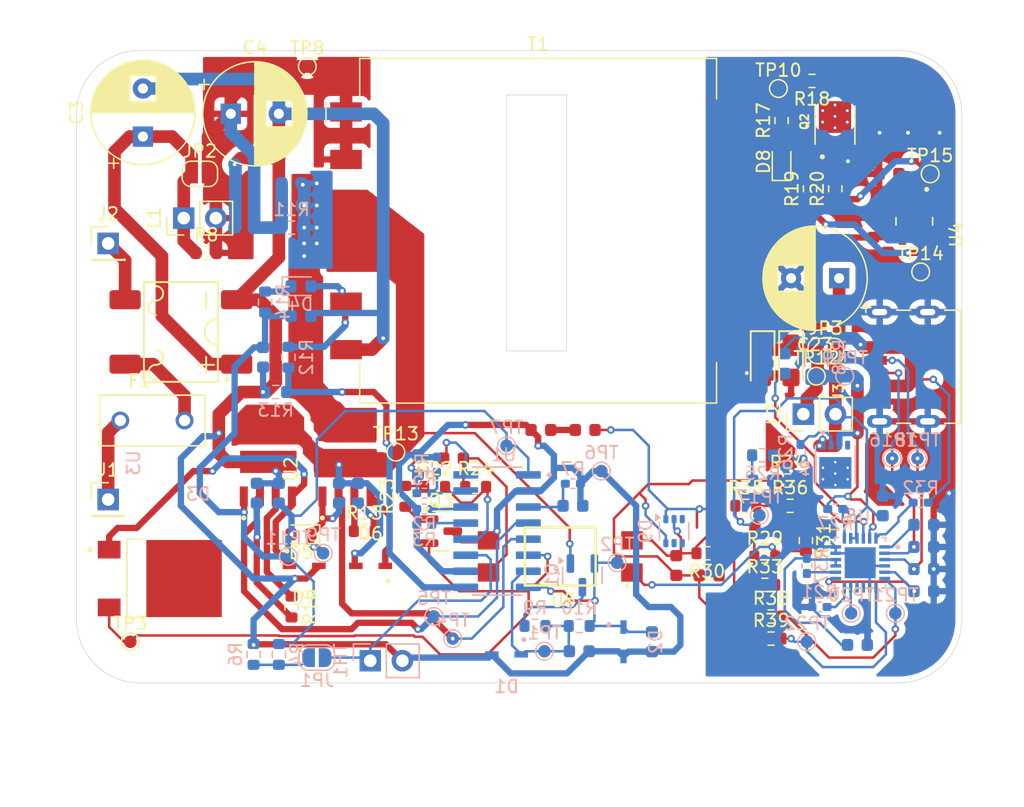
<source format=kicad_pcb>
(kicad_pcb (version 20241229) (generator "pcbnew") (generator_version "9.0")
  (layers (0 "F.Cu" signal) (2 "B.Cu" signal) (13 "F.Paste" user) (15 "B.Paste" user) (5 "F.SilkS" user "F.Silkscreen") (7 "B.SilkS" user "B.Silkscreen") (1 "F.Mask" user) (3 "B.Mask" user) (25 "Edge.Cuts" user))
  (net 0 "")
  (net 1 "GND")
  (net 2 "Net-(DB1-+)")
  (net 3 "/VIN")
  (net 4 "/PRI_BIAS")
  (net 5 "GND2")
  (net 6 "Net-(JP2-B)")
  (net 7 "/VBUS")
  (net 8 "Net-(C16-Pad1)")
  (net 9 "Net-(D3-K)")
  (net 10 "/REF")
  (net 11 "Net-(U1-CS)")
  (net 12 "/SWS")
  (net 13 "/HVG")
  (net 14 "Net-(C17-Pad1)")
  (net 15 "Net-(C19-Pad1)")
  (net 16 "Net-(U4-REG)")
  (net 17 "Net-(D5-K)")
  (net 18 "Net-(C24-Pad2)")
  (net 19 "Net-(JP3-A)")
  (net 20 "Net-(C25-Pad1)")
  (net 21 "Net-(C28-Pad2)")
  (net 22 "/VSW_B")
  (net 23 "Net-(C32-Pad2)")
  (net 24 "Net-(C32-Pad1)")
  (net 25 "Net-(D9-common)")
  (net 26 "Net-(D9-K)")
  (net 27 "Net-(C34-Pad1)")
  (net 28 "/CC1")
  (net 29 "/ISNS")
  (net 30 "/V-BUS")
  (net 31 "Net-(U6-VTX)")
  (net 32 "/CC2")
  (net 33 "Net-(U6-VAUX)")
  (net 34 "Net-(U6-DVDD)")
  (net 35 "Net-(D4-K)")
  (net 36 "/RUN EN")
  (net 37 "Net-(D8-K)")
  (net 38 "Net-(D4-A)")
  (net 39 "Net-(DB1-AC-Pad4)")
  (net 40 "Net-(J2-Pin_1)")
  (net 41 "Net-(JP1-A)")
  (net 42 "Net-(JP1-B)")
  (net 43 "Net-(D8-A)")
  (net 44 "Net-(J1-Pin_1)")
  (net 45 "Net-(Q1-S)")
  (net 46 "Net-(Q3-D)")
  (net 47 "Net-(Q4-G)")
  (net 48 "/GDNS")
  (net 49 "/VS")
  (net 50 "Net-(Q2-D)")
  (net 51 "Net-(Q2-G)")
  (net 52 "Net-(U1-RTZ)")
  (net 53 "Net-(U1-RDM)")
  (net 54 "Net-(U1-BUR)")
  (net 55 "/FB")
  (net 56 "Net-(U2-VDD)")
  (net 57 "Net-(U3-VDD)")
  (net 58 "Net-(U4-VD)")
  (net 59 "/GDNG")
  (net 60 "Net-(U4-VG)")
  (net 61 "Net-(U6-PSEL)")
  (net 62 "/CTL2")
  (net 63 "Net-(R22-Pad1)")
  (net 64 "/CTL1")
  (net 65 "/PWMH")
  (net 66 "/PWML")
  (net 67 "/UFP")
  (net 68 "Net-(D6-K)")
  (net 69 "Net-(R29-Pad2)")
  (net 70 "Net-(U6-DSCG)")
  (net 71 "Net-(U6-PCTRL)")
  (footprint "Resistor_SMD:R_0603_1608Metric" (layer "F.Cu") (at 225.5 74.75)
    (property "Reference" "R34")
    (property "Value" "21.5k")
  )
  (footprint "Resistor_SMD:R_0603_1608Metric" (layer "F.Cu") (at 229.25 51.675 90)
    (property "Reference" "R20")
    (property "Value" "10")
  )
  (footprint "Resistor_SMD:R_0603_1608Metric" (layer "F.Cu") (at 195.25 76 90)
    (property "Reference" "R23")
    (property "Value" "68k")
  )
  (footprint "TestPoint:TestPoint_Pad_D1.0mm" (layer "F.Cu") (at 187.5 42)
    (property "Reference" "TP8")
    (property "Value" "TestPoint")
  )
  (footprint "PCM_JLCPCB:C_0603" (layer "F.Cu") (at 219.275 82.25 180)
    (property "Reference" "C34" (hide yes))
    (property "Value" "10nF")
  )
  (footprint "TestPoint:TestPoint_Pad_D1.0mm" (layer "F.Cu") (at 194.5 72.5)
    (property "Reference" "TP13")
    (property "Value" "TestPoint")
  )
  (footprint "NV6115:TRANS_IRFH9310TRPBF" (layer "F.Cu") (at 184.37476 73.397 90)
    (property "Reference" "U3")
    (property "Value" "NV6115")
  )
  (footprint "PCM_JLCPCB:C_CASE-A-3216-18(mm)" (layer "F.Cu") (at 223.5 65.25 -90)
    (property "Reference" "C21" (hide yes))
    (property "Value" "33uF")
  )
  (footprint "RSTA-2.5-BULK:FUSE_RST-1-BULK" (layer "F.Cu") (at 175.25 70)
    (property "Reference" "F1")
    (property "Value" "RSTA-2.5-BULK")
  )
  (footprint "Diode_SMD:D_0603_1608Metric" (layer "F.Cu") (at 187 79 180)
    (property "Reference" "D5")
    (property "Value" "600V")
  )
  (footprint "Resistor_SMD:R_0603_1608Metric" (layer "F.Cu") (at 200.8125 75.25)
    (property "Reference" "R24")
    (property "Value" "22.1k")
  )
  (footprint "Connector_PinHeader_2.54mm:PinHeader_1x01_P2.54mm_Vertical" (layer "F.Cu") (at 171.75 56)
    (property "Reference" "J2")
    (property "Value" "Screw_Terminal_01x01")
  )
  (footprint "Resistor_SMD:R_0603_1608Metric" (layer "F.Cu") (at 225 46.2875 90)
    (property "Reference" "R17")
    (property "Value" "10")
  )
  (footprint "PCM_JLCPCB:C_0603" (layer "F.Cu") (at 209.47 70.75)
    (property "Reference" "C27" (hide yes))
    (property "Value" "680pF")
  )
  (footprint "Connector_PinHeader_2.54mm:PinHeader_1x02_P2.54mm_Vertical" (layer "F.Cu") (at 226.725 69.5 90)
    (property "Reference" "L2")
    (property "Value" "22uH")
  )
  (footprint "UCC24612-2DBVR:SOT95P280X145-5N" (layer "F.Cu") (at 235.5 54.25 -90)
    (property "Reference" "U4")
    (property "Value" "UCC24612-1DBV")
  )
  (footprint "PCM_JLCPCB:C_0603" (layer "F.Cu") (at 233.5 50.5 180)
    (property "Reference" "C20" (hide yes))
    (property "Value" "2.2uF")
  )
  (footprint "Resistor_SMD:R_0603_1608Metric" (layer "F.Cu") (at 186.25 84.75 -90)
    (property "Reference" "R16")
    (property "Value" "100")
  )
  (footprint "Resistor_SMD:R_0603_1608Metric" (layer "F.Cu") (at 223.675 83)
    (property "Reference" "R33")
    (property "Value" "34k")
  )
  (footprint "Connector_PinHeader_2.54mm:PinHeader_1x02_P2.54mm_Vertical" (layer "F.Cu") (at 177.725 54 90)
    (property "Reference" "L1")
    (property "Value" "22uH")
  )
  (footprint "SBR130S3-7:SBR130S3-7" (layer "F.Cu") (at 187.25 81.5)
    (property "Reference" "D7")
    (property "Value" "6.2V")
  )
  (footprint "Capacitor_THT:CP_Radial_D8.0mm_P3.80mm" (layer "F.Cu") (at 229.552651 58.75 180)
    (property "Reference" "C23")
    (property "Value" "680uF")
  )
  (footprint "Resistor_SMD:R_0603_1608Metric" (layer "F.Cu") (at 222.175 76.75)
    (property "Reference" "R35")
    (property "Value" "49.9")
  )
  (footprint "Resistor_SMD:R_0603_1608Metric" (layer "F.Cu") (at 179.5 56.75)
    (property "Reference" "R8")
    (property "Value" "1k")
  )
  (footprint "PCM_JLCPCB:C_0603" (layer "F.Cu") (at 199.0625 73)
    (property "Reference" "C28" (hide yes))
    (property "Value" "22pF")
  )
  (footprint "SBR130S3-7:SBR130S3-7" (layer "F.Cu") (at 192.5 81.5 180)
    (property "Reference" "D6")
    (property "Value" "6.2V")
  )
  (footprint "TestPoint:TestPoint_Pad_D1.0mm" (layer "F.Cu") (at 173.5 87.5)
    (property "Reference" "TP3")
    (property "Value" "TestPoint")
  )
  (footprint "Jumper:SolderJumper-2_P1.3mm_Open_RoundedPad1.0x1.5mm" (layer "F.Cu") (at 228.5 64.5)
    (property "Reference" "JP3")
    (property "Value" "Jumper_2_Small_Open")
  )
  (footprint "Resistor_SMD:R_0603_1608Metric" (layer "F.Cu") (at 225.675 76.75)
    (property "Reference" "R36")
    (property "Value" "150k")
  )
  (footprint "Capacitor_THT:CP_Radial_D8.0mm_P3.80mm" (layer "F.Cu") (at 174.5 47.55 90)
    (property "Reference" "C3")
    (property "Value" "39uF")
  )
  (footprint "Jumper:SolderJumper-2_P1.3mm_Open_RoundedPad1.0x1.5mm" (layer "F.Cu") (at 179 50.5)
    (property "Reference" "JP2")
    (property "Value" "Jumper_2_Small_Open")
  )
  (footprint "TestPoint:TestPoint_Pad_D1.0mm" (layer "F.Cu") (at 224.75 43.75)
    (property "Reference" "TP10")
    (property "Value" "TestPoint")
  )
  (footprint "UJC-HP-3-SMT-TR:CUI_UJC-HP-3-SMT-TR" (layer "F.Cu") (at 232.755 65.75 90)
    (property "Reference" "J3")
    (property "Value" "UJC-HP-3-SMT-TR")
  )
  (footprint "TestPoint:TestPoint_Pad_D1.0mm" (layer "F.Cu") (at 236 58.25)
    (property "Reference" "TP14")
    (property "Value" "TestPoint")
  )
  (footprint "Diode_SMD:D_0603_1608Metric" (layer "F.Cu") (at 225 49.5375 90)
    (property "Reference" "D8")
    (property "Value" "600V")
  )
  (footprint "Resistor_SMD:R_0603_1608Metric" (layer "F.Cu") (at 227.4 43.15 180)
    (property "Reference" "R18")
    (property "Value" "33")
  )
  (footprint "Resistor_SMD:R_0603_1608Metric" (layer "F.Cu") (at 192 78.75)
    (property "Reference" "R15")
    (property "Value" "10")
  )
  (footprint "Resistor_SMD:R_0603_1608Metric" (layer "F.Cu") (at 219.1 80.5 180)
    (property "Reference" "R30")
    (property "Value" "60.4k")
  )
  (footprint "NV6115:TRANS_IRFH9310TRPBF" (layer "F.Cu") (at 190.59501 73.397 90)
    (property "Reference" "U2")
    (property "Value" "NV6115")
  )
  (footprint "Connector_PinHeader_2.54mm:PinHeader_1x01_P2.54mm_Vertical" (layer "F.Cu") (at 171.75 76.25)
    (property "Reference" "J1")
    (property "Value" "Screw_Terminal_01x01")
  )
  (footprint "Resistor_SMD:R_0603_1608Metric" (layer "F.Cu") (at 227.25 51.675 90)
    (property "Reference" "R19")
    (property "Value" "10")
  )
  (footprint "TestPoint:TestPoint_Pad_D1.0mm" (layer "F.Cu") (at 236.75 50.5)
    (property "Reference" "TP15")
    (property "Value" "TestPoint")
  )
  (footprint "Resistor_SMD:R_0603_1608Metric" (layer "F.Cu") (at 226.925 79.5 -90)
    (property "Reference" "R31")
    (property "Value" "536")
  )
  (footprint "PCM_JLCPCB:C_0603" (layer "F.Cu") (at 230.725 43.15)
    (property "Reference" "C19" (hide yes))
    (property "Value" "330pF")
  )
  (footprint "Resistor_SMD:R_0603_1608Metric" (layer "F.Cu") (at 224.175 85.5)
    (property "Reference" "R38")
    (property "Value" "7.15k")
  )
  (footprint "Transformer_SMD_Wurth:T_Wurth_WE-FB-EFD25" (layer "F.Cu") (at 205.75 55)
    (property "Reference" "T1")
    (property "Value" "EFD25_750311594" (hide yes))
  )
  (footprint "CSD17577Q3AT:TRANS_CSD18543Q3A" (layer "F.Cu") (at 229.225 46.65 90)
    (property "Reference" "Q2")
    (property "Value" "NMOS")
  )
  (footprint "PCM_JLCPCB:C_0603" (layer "F.Cu") (at 232.25 54.75 90)
    (property "Reference" "C18" (hide yes))
    (property "Value" "1uF")
  )
  (footprint "PCM_JLCPCB:C_0603" (layer "F.Cu") (at 205.97 70.75)
    (property "Reference" "C24" (hide yes))
    (property "Value" "680pF")
  )
  (footprint "Capacitor_THT:CP_Radial_D8.0mm_P3.80mm" (layer "F.Cu") (at 181.447349 45.75)
    (property "Reference" "C4")
    (property "Value" "39uF")
  )
  (footprint "TestPoint:TestPoint_Pad_D1.0mm" (layer "F.Cu") (at 227.75 66.5)
    (property "Reference" "TP12")
    (property "Value" "TestPoint")
  )
  (footprint "PCM_JLCPCB:C_0603" (layer "F.Cu") (at 216.675 81.47 -90)
    (property "Reference" "C33" (hide yes))
    (property "Value" "3.3pF")
  )
  (footprint "PCM_JLCPCB:C_0603" (layer "F.Cu") (at 223.675 78.5)
    (property "Reference" "C32" (hide yes))
    (property "Value" "4.7nF")
  )
  (footprint "Resistor_SMD:R_0603_1608Metric" (layer "F.Cu") (at 223.675 80.75)
    (property "Reference" "R29")
    (property "Value" "11k")
  )
  (footprint "Resistor_SMD:R_0603_1608Metric" (layer "F.Cu") (at 197.5625 75.25)
    (property "Reference" "R22")
    (property "Value" "680k")
  )
  (footprint "PCM_JLCPCB:C_CASE-A-3216-18(mm)" (layer "F.Cu") (at 225.75 65.25 -90)
    (property "Reference" "C22" (hide yes))
    (property "Value" "33uF")
  )
  (footprint "VO617A-3X018T:SOIC254P1210X390-4N" (layer "F.Cu") (at 207.5 80.75 180)
    (property "Reference" "U5")
    (property "Value" "VO617A-3X018T")
  )
  (footprint "Package_TO_SOT_SMD:SOT-23" (layer "F.Cu") (at 198.0625 78.75)
    (property "Reference" "Q3")
    (property "Value" "NMOS")
  )
  (footprint "Resistor_SMD:R_0603_1608Metric" (layer "F.Cu") (at 224.175 87.25)
    (property "Reference" "R39")
    (property "Value" "6.34")
  )
  (footprint "MBRAD1045H:DIO_MBRAD1045H" (layer "F.Cu") (at 175.8325 82.5)
    (property "Reference" "D3")
    (property "Value" "40V")
  )
  (footprint "PCM_JLCPCB:DBS_L8.2-W6.4-P5.10-LS10.0-BL" (layer "F.Cu") (at 177.5 63 90)
    (property "Reference" "DB1" (hide yes))
    (property "Value" "DB107S")
  )
  (footprint "PCM_JLCPCB:C_0603" (layer "B.Cu") (at 236.25 83.5)
    (property "Reference" "C37" (hide yes))
    (property "Value" "0.22uF")
  )
  (footprint "Jumper:SolderJumper-2_P1.3mm_Open_RoundedPad1.0x1.5mm" (layer "B.Cu") (at 188.25 88.75)
    (property "Reference" "JP1")
    (property "Value" "Jumper_2_Small_Open")
  )
  (footprint "TestPoint:TestPoint_Pad_D1.0mm" (layer "B.Cu") (at 235.75 73 180)
    (property "Reference" "TP18")
    (property "Value" "TestPoint")
  )
  (footprint "TestPoint:TestPoint_Pad_D1.0mm" (layer "B.Cu") (at 230.5 85.25 180)
    (property "Reference" "TP20")
    (property "Value" "TestPoint")
  )
  (footprint "PCM_JLCPCB:C_0603" (layer "B.Cu") (at 186.25 51.25)
    (property "Reference" "C11" (hide yes))
    (property "Value" "0.22uF")
  )
  (footprint "PCM_JLCPCB:C_0603" (layer "B.Cu") (at 182.514 51.25 180)
    (property "Reference" "C5" (hide yes))
    (property "Value" "0.1uF")
  )
  (footprint "PCM_JLCPCB:C_0603" (layer "B.Cu") (at 233 76.75 -90)
    (property "Reference" "C29" (hide yes))
    (property "Value" "0.1uF")
  )
  (footprint "PCM_JLCPCB:C_0603" (layer "B.Cu") (at 186.264 53)
    (property "Reference" "C10" (hide yes))
    (property "Value" "0.22uF")
  )
  (footprint "Resistor_SMD:R_0603_1608Metric" (layer "B.Cu") (at 186.25 54.75 180)
    (property "Reference" "R11")
    (property "Value" "1k")
  )
  (footprint "TestPoint:TestPoint_Pad_D1.0mm" (layer "B.Cu") (at 227 87.5 180)
    (property "Reference" "TP22")
    (property "Value" "TestPoint")
  )
  (footprint "Resistor_SMD:R_0402_1005Metric_Pad0.72x0.64mm_HandSolder" (layer "B.Cu") (at 226.5 72.5 -90)
    (property "Reference" "R26")
    (property "Value" "10")
  )
  (footprint "Resistor_SMD:R_0603_1608Metric" (layer "B.Cu") (at 185.25 88.5 90)
    (property "Reference" "R4")
    (property "Value" "249k")
  )
  (footprint "CSD17577Q3AT:TRANS_CSD18543Q3A" (layer "B.Cu") (at 229.25 73.5 -90)
    (property "Reference" "Q4")
    (property "Value" "NMOS")
  )
  (footprint "Resistor_SMD:R_0603_1608Metric" (layer "B.Cu") (at 185 67.75)
    (property "Reference" "R13")
    (property "Value" "11.0K")
  )
  (footprint "Resistor_SMD:R_1206_3216Metric_Pad1.30x1.75mm_HandSolder" (layer "B.Cu") (at 227.75 65 90)
    (property "Reference" "R28")
    (property "Value" "5m")
  )
  (footprint "SBR130S3-7:SBR130S3-7" (layer "B.Cu") (at 212.5 87.5 -90)
    (property "Reference" "D2")
    (property "Value" "22V")
  )
  (footprint "TestPoint:TestPoint_Pad_D1.0mm" (layer "B.Cu") (at 203.25 72 180)
    (property "Reference" "TP7")
    (property "Value" "TestPoint")
  )
  (footprint "TestPoint:TestPoint_Pad_D1.0mm" (layer "B.Cu") (at 199 87.25 180)
    (property "Reference" "TP4")
    (property "Value" "TestPoint")
  )
  (footprint "TestPoint:TestPoint_Pad_D1.0mm" (layer "B.Cu") (at 188.75 80.5 180)
    (property "Reference" "TP9")
    (property "Value" "TestPoint")
  )
  (footprint "TPS25740RGER:QFN50P400X400X100-25N" (layer "B.Cu") (at 231.216 81.25 180)
    (property "Reference" "U6")
    (property "Value" "TPS25740RGER")
  )
  (footprint "Resistor_SMD:R_0402_1005Metric_Pad0.72x0.64mm_HandSolder" (layer "B.Cu") (at 227 81.5 90)
    (property "Reference" "R37")
    (property "Value" "220k")
  )
  (footprint "PCM_JLCPCB:C_0603" (layer "B.Cu") (at 182.514 54.75 180)
    (property "Reference" "C9" (hide yes))
    (property "Value" "0.1uF")
  )
  (footprint "PCM_JLCPCB:C_0603" (layer "B.Cu") (at 236.25 81.75)
    (property "Reference" "C30" (hide yes))
    (property "Value" "560pF")
  )
  (footprint "PCM_JLCPCB:C_0603" (layer "B.Cu") (at 231 87.75)
    (property "Reference" "C36" (hide yes))
    (property "Value" "0.1uF")
  )
  (footprint "Resistor_SMD:R_0603_1608Metric" (layer "B.Cu") (at 186 65 90)
    (property "Reference" "R12")
    (property "Value" "36.5K")
  )
  (footprint "PCM_JLCPCB:C_0603" (layer "B.Cu") (at 236.25 80)
    (property "Reference" "C26" (hide yes))
    (property "Value" "560pF")
  )
  (footprint "Resistor_SMD:R_0402_1005Metric_Pad0.72x0.64mm_HandSolder" (layer "B.Cu") (at 196.75 77)
    (property "Reference" "R2")
    (property "Value" "84.5k")
  )
  (footprint "TestPoint:TestPoint_Pad_D1.0mm" (layer "B.Cu") (at 223.25 77.5 180)
    (property "Reference" "TP17")
    (property "Value" "TestPoint")
  )
  (footprint "UCC28780DR:SOIC127P600X175-16N" (layer "B.Cu") (at 202.5 78.75 180)
    (property "Reference" "U1")
    (property "Value" "UCC28780DR")
  )
  (footprint "PCM_JLCPCB:C_0603" (layer "B.Cu") (at 214.75 87.5 -90)
    (property "Reference" "C8" (hide yes))
    (property "Value" "22pF")
  )
  (footprint "PCM_JLCPCB:C_0603" (layer "B.Cu") (at 185.25 75.75 90)
    (property "Reference" "C15" (hide yes))
    (property "Value" "0.1uF")
  )
  (footprint "Resistor_SMD:R_0402_1005Metric_Pad0.72x0.64mm_HandSolder" (layer "B.Cu") (at 197.75 73.5 -90)
    (property "Reference" "R1")
    (property "Value" "63.4k")
  )
  (footprint "SBR130S3-7:SBR130S3-7" (layer "B.Cu") (at 203.25 88.5 180)
    (property "Reference" "D1")
    (property "Value" "18V")
  )
  (footprint "Resistor_SMD:R_0603_1608Metric" (layer "B.Cu") (at 223.5 72.75)
    (property "Reference" "R25")
    (property "Value" "1k")
  )
  (footprint "Resistor_SMD:R_0402_1005Metric_Pad0.72x0.64mm_HandSolder" (layer "B.Cu") (at 196.75 78.25)
    (property "Reference" "R3")
    (property "Value" "249k")
  )
  (footprint "PCM_JLCPCB:C_0603" (layer "B.Cu") (at 196.25 73.5 90)
    (property "Reference" "C1" (hide yes))
    (property "Value" "0.1uF")
  )
  (footprint "Diode_SMD:D_0603_1608Metric" (layer "B.Cu") (at 187 59.381)
    (property "Reference" "D4")
    (property "Value" "600V")
  )
  (footprint "PCM_JLCPCB:C_0603" (layer "B.Cu") (at 208.5 76.75)
    (property "Reference" "C2" (hide yes))
    (property "Value" "24pF")
  )
  (footprint "TestPoint:TestPoint_Pad_D1.0mm" (layer "B.Cu") (at 234 85.25 180)
    (property "Reference" "TP21")
    (property "Value" "TestPoint")
  )
  (footprint "TestPoint:TestPoint_Pad_D1.0mm" (layer "B.Cu") (at 230 66.5 180)
    (property "Reference" "TP19")
    (property "Value" "TestPoint")
  )
  (footprint "Resistor_SMD:R_0402_1005Metric_Pad0.72x0.64mm_HandSolder" (layer "B.Cu") (at 236 76.5 180)
    (property "Reference" "R32")
    (property "Value" "120")
  )
  (footprint "Resistor_SMD:R_0402_1005Metric_Pad0.72x0.64mm_HandSolder" (layer "B.Cu") (at 228 84.75 180)
    (property "Reference" "R21")
    (property "Value" "100k")
  )
  (footprint "Resistor_SMD:R_0402_1005Metric_Pad0.72x0.64mm_HandSolder" (layer "B.Cu") (at 229.25 77)
    (property "Reference" "R27")
    (property "Value" "24.9")
  )
  (footprint "PCM_JLCPCB:C_0603" (layer "B.Cu") (at 190 75.75 90)
    (property "Reference" "C14" (hide yes))
    (property "Value" "0.1uF")
  )
  (footprint "PCM_JLCPCB:C_0603" (layer "B.Cu") (at 223.5 74.75)
    (property "Reference" "C25" (hide yes))
    (property "Value" "10nF")
  )
  (footprint "TestPoint:TestPoint_Pad_D1.0mm" (layer "B.Cu") (at 233.75 73 180)
    (property "Reference" "TP16")
    (property "Value" "TestPoint")
  )
  (footprint "Resistor_SMD:R_0603_1608Metric" (layer "B.Cu") (at 205.5 86.25 180)
    (property "Reference" "R9")
    (property "Value" "121")
  )
  (footprint "Resistor_SMD:R_0402_1005Metric_Pad0.72x0.64mm_HandSolder" (layer "B.Cu") (at 208.5 75 180)
    (property "Reference" "R7")
    (property "Value" "820")
  )
  (footprint "TestPoint:TestPoint_Pad_D1.0mm" (layer "B.Cu") (at 212 81.25 180)
    (property "Reference" "TP2")
    (property "Value" "TestPoint")
  )
  (footprint "TestPoint:TestPoint_Pad_D1.0mm" (layer "B.Cu") (at 197.5 85.5 180)
    (property "Reference" "TP5")
    (property "Value" "TestPoint")
  )
  (footprint "PCM_JLCPCB:C_0603" (layer "B.Cu") (at 191.5 75.75 90)
    (property "Reference" "C16" (hide yes))
    (property "Value" "10nF")
  )
  (footprint "TestPoint:TestPoint_Pad_D1.0mm" (layer "B.Cu") (at 210.75 74 180)
    (property "Reference" "TP6")
    (property "Value" "TestPoint")
  )
  (footprint "PCM_JLCPCB:C_0603" (layer "B.Cu") (at 236.25 78.25)
    (property "Reference" "C35" (hide yes))
    (property "Value" "0.1uF")
  )
  (footprint "PCM_JLCPCB:C_0603" (layer "B.Cu") (at 183.5 75.75 90)
    (property "Reference" "C17" (hide yes))
    (property "Value" "10nF")
  )
  (footprint "Resistor_SMD:R_0402_1005Metric_Pad0.72x0.64mm_HandSolder" (layer "B.Cu") (at 196.75 75.75 180)
    (property "Reference" "R5")
    (property "Value" "196k")
  )
  (footprint "Resistor_SMD:R_0603_1608Metric" (layer "B.Cu") (at 183.25 88.5 -90)
    (property "Reference" "R6")
    (property "Value" "249k")
  )
  (footprint "Resistor_SMD:R_0603_1608Metric" (layer "B.Cu") (at 209 86.25 180)
    (property "Reference" "R10")
    (property "Value" "1M")
  )
  (footprint "TestPoint:TestPoint_Pad_D1.0mm" (layer "B.Cu") (at 206.25 88.25 180)
    (property "Reference" "TP1")
    (property "Value" "TestPoint")
  )
  (footprint "Resistor_SMD:R_0603_1608Metric" (layer "B.Cu") (at 184.16 60.631 90)
    (property "Reference" "R14")
    (property "Value" "2.49")
  )
  (footprint "PCM_JLCPCB:C_0603" (layer "B.Cu") (at 209 88.25)
    (property "Reference" "C6" (hide yes))
    (property "Value" "22pF")
  )
  (footprint "PCM_JLCPCB:C_0603" (layer "B.Cu") (at 187 61.75)
    (property "Reference" "C13" (hide yes))
    (property "Value" "22uF")
  )
  (footprint "Connector_PinHeader_2.54mm:PinHeader_1x02_P2.54mm_Vertical" (layer "B.Cu") (at 192.475 89 -90)
    (property "Reference" "TH1")
    (property "Value" "Thermistor_NTC")
  )
  (footprint "Package_TO_SOT_SMD:SOT-363_SC-70-6" (layer "B.Cu") (at 216.5 78.75 -90)
    (property "Reference" "D9")
    (property "Value" "D_Schottky_Dual_Series_CAK")
  )
  (footprint "PCM_JLCPCB:C_0603" (layer "B.Cu") (at 184 65 90)
    (property "Reference" "C12" (hide yes))
    (property "Value" "22uF")
  )
  (footprint "PCM_JLCPCB:C_0603" (layer "B.Cu") (at 225.25 65.5 90)
    (property "Reference" "C31" (hide yes))
    (property "Value" "0.33uF")
  )
  (footprint "PCM_JLCPCB:C_0603" (layer "B.Cu") (at 182.514 53 180)
    (property "Reference" "C7" (hide yes))
    (property "Value" "0.1uF")
  )
  (footprint "Package_TO_SOT_SMD:SOT-23" (layer "B.Cu") (at 209.25 82.25 -90)
    (property "Reference" "Q1")
    (property "Value" "NMOS")
  )
  (footprint "TestPoint:TestPoint_Pad_D1.0mm" (layer "B.Cu") (at 186 80.75 180)
    (property "Reference" "TP11")
    (property "Value" "TestPoint")
  )
  (gr_arc (start 169.25 45.75) (mid 170.714466 42.214466) (end 174.25 40.75) (stroke (width 0.05)) (layer "Edge.Cuts"))
  (gr_line (start 174.25 40.75) (end 234.25 40.75) (stroke (width 0.05)) (layer "Edge.Cuts"))
  (gr_rect (start 203.25 44.25) (end 208 64.5) (stroke (width 0.05)) (fill no) (layer "Edge.Cuts"))
  (gr_arc (start 174.25 90.75) (mid 170.714466 89.285534) (end 169.25 85.75) (stroke (width 0.05)) (layer "Edge.Cuts"))
  (gr_arc (start 234.25 40.75) (mid 237.785534 42.214466) (end 239.25 45.75) (stroke (width 0.05)) (layer "Edge.Cuts"))
  (gr_line (start 239.25 45.75) (end 239.25 85.75) (stroke (width 0.05)) (layer "Edge.Cuts"))
  (gr_line (start 234.25 90.75) (end 174.25 90.75) (stroke (width 0.05)) (layer "Edge.Cuts"))
  (gr_arc (start 239.25 85.75) (mid 237.785534 89.285534) (end 234.25 90.75) (stroke (width 0.05)) (layer "Edge.Cuts"))
  (gr_line (start 169.25 45.75) (end 169.25 85.75) (stroke (width 0.05)) (layer "Edge.Cuts"))
  (segment (start 204.79 70.35) (end 205.19 70.75) (width 0.5) (layer "F.Cu") (net 1))
  (segment (start 185 61.75) (end 183.7 60.45) (width 1) (layer "F.Cu") (net 1))
  (segment (start 184 67.75) (end 184.25 67.75) (width 1) (layer "F.Cu") (net 1))
  (segment (start 199.73 79.48) (end 199 78.75) (width 0.5) (layer "F.Cu") (net 1))
  (segment (start 202.5 78.75) (end 202.5 78.81) (width 0.5) (layer "F.Cu") (net 1))
  (segment (start 182.25 67.75) (end 184 67.75) (width 1) (layer "F.Cu") (net 1))
  (segment (start 181.18226 73.2735) (end 180.5 72.59124) (width 1) (layer "F.Cu") (net 1))
  (segment (start 185.247349 57.112651) (end 185.247349 49.25) (width 1) (layer "F.Cu") (net 1))
  (segment (start 184.41601 73.2735) (end 181.18226 73.2735) (width 1) (layer "F.Cu") (net 1))
  (segment (start 185 67) (end 185 61.75) (width 1) (layer "F.Cu") (net 1))
  (segment (start 183.7 60.45) (end 181.91 60.45) (width 1) (layer "F.Cu") (net 1))
  (segment (start 185 73.85749) (end 184.41601 73.2735) (width 0.5) (layer "F.Cu") (net 1))
  (segment (start 205.75 71.31) (end 205.19 70.75) (width 0.5) (layer "F.Cu") (net 1))
  (segment (start 190.56 64.4) (end 192.6 64.4) (width 1) (layer "F.Cu") (net 1))
  (segment (start 201.83 79.48) (end 199.73 79.48) (width 0.5) (layer "F.Cu") (net 1))
  (segment (start 185.247349 49.25) (end 182.25 49.25) (width 1) (layer "F.Cu") (net 1))
  (segment (start 183.301 87.699) (end 183.25 87.75) (width 0.5) (layer "F.Cu") (net 1))
  (segment (start 193.714 87.699) (end 183.301 87.699) (width 0.5) (layer "F.Cu") (net 1))
  (segment (start 185.247349 49.25) (end 185.247349 45.75) (width 1) (layer "F.Cu") (net 1))
  (segment (start 200 70.35) (end 204.79 70.35) (width 0.5) (layer "F.Cu") (net 1))
  (segment (start 205.75 72) (end 205.75 71.31) (width 0.5) (layer "F.Cu") (net 1))
  (segment (start 192.6 64.4) (end 193.5 63.5) (width 1) (layer "F.Cu") (net 1))
  (segment (start 185 74) (end 185 73.85749) (width 0.5) (layer "F.Cu") (net 1))
  (segment (start 195.015 89) (end 193.714 87.699) (width 0.5) (layer "F.Cu") (net 1))
  (segment (start 181.91 60.45) (end 185.247349 57.112651) (width 1) (layer "F.Cu") (net 1))
  (segment (start 180.5 69.5) (end 182.25 67.75) (width 1) (layer "F.Cu") (net 1))
  (segment (start 180.5 72.59124) (end 180.5 69.5) (width 1) (layer "F.Cu") (net 1))
  (segment (start 188.412 81.5) (end 187.412 82.5) (width 0.5) (layer "F.Cu") (net 1))
  (segment (start 187.412 82.5) (end 186.5 82.5) (width 0.5) (layer "F.Cu") (net 1))
  (segment (start 184.25 67.75) (end 185 67) (width 1) (layer "F.Cu") (net 1))
  (segment (start 202.5 78.81) (end 201.83 79.48) (width 0.5) (layer "F.Cu") (net 1))
  (segment (start 182.25 49.25) (end 181.75 49.75) (width 1) (layer "F.Cu") (net 1))
  (via (at 181.75 49.75) (size 0.6) (drill 0.3) (layers "F.Cu" "B.Cu") (net 1))
  (via (at 186.5 82.5) (size 0.6) (drill 0.3) (layers "F.Cu" "B.Cu") (net 1))
  (via (at 202.5 78.75) (size 0.6) (drill 0.3) (layers "F.Cu" "B.Cu") (net 1))
  (via (at 200 70.35) (size 0.6) (drill 0.3) (layers "F.Cu" "B.Cu") (net 1))
  (via (at 185 74) (size 0.6) (drill 0.3) (layers "F.Cu" "B.Cu") (net 1))
  (via (at 205.75 72) (size 0.6) (drill 0.3) (layers "F.Cu" "B.Cu") (net 1))
  (via (at 193.5 63.5) (size 0.6) (drill 0.3) (layers "F.Cu" "B.Cu") (net 1))
  (via (at 183.25 87.75) (size 0.6) (drill 0.3) (layers "F.Cu" "B.Cu") (net 1))
  (via (at 184 67.75) (size 0.6) (drill 0.3) (layers "F.Cu" "B.Cu") (net 1))
  (via (at 180.5 71) (size 0.6) (drill 0.3) (layers "F.Cu" "B.Cu") (net 1))
  (segment (start 185.247349 45.75) (end 185.247349 44.247349) (width 1) (layer "B.Cu") (net 1))
  (segment (start 207 72.75) (end 206.75 72.5) (width 0.5) (layer "B.Cu") (net 1))
  (segment (start 187.78 61.75) (end 188.031 61.499) (width 0.5) (layer "B.Cu") (net 1))
  (segment (start 177.25 43) (end 176.5 43.75) (width 1) (layer "B.Cu") (net 1))
  (segment (start 183.25 82.5) (end 178.25 77.5) (width 0.5) (layer "B.Cu") (net 1))
  (segment (start 212.882 88.28) (end 212.5 88.662) (width 0.5) (layer "B.Cu") (net 1))
  (segment (start 196.1525 77) (end 196.1525 78.25) (width 0.5) (layer "B.Cu") (net 1))
  (segment (start 213.5 76.75) (end 210.75 74) (width 0.5) (layer "B.Cu") (net 1))
  (segment (start 186.5 82.5) (end 183.25 85.75) (width 0.5) (layer "B.Cu") (net 1))
  (segment (start 179.25 71.25) (end 180.25 71.25) (width 0.5) (layer "B.Cu") (net 1))
  (segment (start 209.78 88.25) (end 208.03 90) (width 0.5) (layer "B.Cu") (net 1))
  (segment (start 210.0975 74) (end 209.0975 75) (width 0.5) (layer "B.Cu") (net 1))
  (segment (start 196.25 72.72) (end 198.62 70.35) (width 0.5) (layer "B.Cu") (net 1))
  (segment (start 183.25 85.75) (end 183.25 87.675) (width 0.5) (layer "B.Cu") (net 1))
  (segment (start 193.5 61.5) (end 193.5 46.5) (width 1) (layer "B.Cu") (net 1))
  (segment (start 184 67.575) (end 184.175 67.75) (width 0.5) (layer "B.Cu") (net 1))
  (segment (start 201.838 88.75) (end 202.088 88.5) (width 0.5) (layer "B.Cu") (net 1))
  (segment (start 203.588 90) (end 202.088 88.5) (width 0.5) (layer "B.Cu") (net 1))
  (segment (start 176.5 43.75) (end 174.5 43.75) (width 1) (layer "B.Cu") (net 1))
  (segment (start 184 65.78) (end 184 67.575) (width 0.5) (layer "B.Cu") (net 1))
  (segment (start 181.816 49.816) (end 181.816 54.668) (width 1) (layer "B.Cu") (net 1))
  (segment (start 210.75 74) (end 210.0975 74) (width 0.5) (layer "B.Cu") (net 1))
  (segment (start 207 73.75) (end 207 72.75) (width 0.5) (layer "B.Cu") (net 1))
  (segment (start 184 43) (end 177.25 43) (width 1) (layer "B.Cu") (net 1))
  (segment (start 181.816 54.668) (end 181.734 54.75) (width 1) (layer "B.Cu") (net 1))
  (segment (start 186.5 82.5) (end 183.25 82.5) (width 0.5) (layer "B.Cu") (net 1))
  (segment (start 193.5 46.5) (end 192.75 45.75) (width 1) (layer "B.Cu") (net 1))
  (segment (start 216.47 88.28) (end 217 87.75) (width 0.5) (layer "B.Cu") (net 1))
  (segment (start 204.975 75.575) (end 205.959999 75.575) (width 0.5) (layer "B.Cu") (net 1))
  (segment (start 204.975 75.575) (end 203.990001 75.575) (width 0.5) (layer "B.Cu") (net 1))
  (segment (start 207 74.534999) (end 207 73.75) (width 0.5) (layer "B.Cu") (net 1))
  (segment (start 196.25 72.72) (end 195.53 72.72) (width 0.5) (layer "B.Cu") (net 1))
  (segment (start 214.75 88.28) (end 212.882 88.28) (width 0.5) (layer "B.Cu") (net 1))
  (segment (start 193.5 63.5) (end 193.5 61.5) (width 1) (layer "B.Cu") (net 1))
  (segment (start 217 87.75) (end 217 85.5) (width 0.5) (layer "B.Cu") (net 1))
  (segment (start 195.015 88.75) (end 201.838 88.75) (width 0.5) (layer "B.Cu") (net 1))
  (segment (start 178.25 77.5) (end 177.5 76.75) (width 0.5) (layer "B.Cu") (net 1))
  (segment (start 214.5 84.75) (end 213.5 83.75) (width 0.5) (layer "B.Cu") (net 1))
  (segment (start 207 73.75) (end 208.5 73.75) (width 0.5) (layer "B.Cu") (net 1))
  (segment (start 208.03 90) (end 203.588 90) (width 0.5) (layer "B.Cu") (net 1))
  (segment (start 180.25 71.25) (end 180.5 71) (width 0.5) (layer "B.Cu") (net 1))
  (segment (start 197.75 72.9025) (end 196.4325 72.9025) (width 0.5) (layer "B.Cu") (net 1))
  (segment (start 198.62 70.35) (end 200 70.35) (width 0.5) (layer "B.Cu") (net 1))
  (segment (start 196.1525 79.9025) (end 196.1525 78.25) (width 0.5) (layer "B.Cu") (net 1))
  (segment (start 209.0975 75) (end 209.0975 76.5675) (width 0.5) (layer "B.Cu") (net 1))
  (segment (start 185.247349 44.247349) (end 184 43) (width 1) (layer "B.Cu") (net 1))
  (segment (start 181.75 49.75) (end 181.816 49.816) (width 1) (layer "B.Cu") (net 1))
  (segment (start 213.5 83.75) (end 213.5 76.75) (width 0.5) (layer "B.Cu") (net 1))
  (segment (start 209.78 88.25) (end 212.088 88.25) (width 0.5) (layer "B.Cu") (net 1))
  (segment (start 177.5 76.75) (end 177.5 73) (width 0.5) (layer "B.Cu") (net 1))
  (segment (start 212.088 88.25) (end 212.5 88.662) (width 0.5) (layer "B.Cu") (net 1))
  (segment (start 198.175 81.925) (end 196.1525 79.9025) (width 0.5) (layer "B.Cu") (net 1))
  (segment (start 203.990001 75.575) (end 202.5 77.065001) (width 0.5) (layer "B.Cu") (net 1))
  (segment (start 185.25 74.25) (end 185 74) (width 0.5) (layer "B.Cu") (net 1))
  (segment (start 194.75 73.5) (end 194.75 75.5975) (width 0.5) (layer "B.Cu") (net 1))
  (segment (start 209.0975 74.3475) (end 209.0975 75) (width 0.5) (layer "B.Cu") (net 1))
  (segment (start 177.5 73) (end 179.25 71.25) (width 0.5) (layer "B.Cu") (net 1))
  (segment (start 194.75 75.5975) (end 196.1525 77) (width 0.5) (layer "B.Cu") (net 1))
  (segment (start 209.0975 76.5675) (end 209.28 76.75) (width 0.5) (layer "B.Cu") (net 1))
  (segment (start 196.4325 72.9025) (end 196.25 72.72) (width 0.5) (layer "B.Cu") (net 1))
  (segment (start 193.499 61.499) (end 193.5 61.5) (width 0.5) (layer "B.Cu") (net 1))
  (segment (start 192.75 45.75) (end 185.247349 45.75) (width 1) (layer "B.Cu") (net 1))
  (segment (start 183.5 74.97) (end 185.25 74.97) (width 0.5) (layer "B.Cu") (net 1))
  (segment (start 202.5 77.065001) (end 202.5 78.75) (width 0.5) (layer "B.Cu") (net 1))
  (segment (start 216.25 84.75) (end 214.5 84.75) (width 0.5) (layer "B.Cu") (net 1))
  (segment (start 195.53 72.72) (end 194.75 73.5) (width 0.5) (layer "B.Cu") (net 1))
  (segment (start 188.031 61.499) (end 193.499 61.499) (width 0.5) (layer "B.Cu") (net 1))
  (segment (start 185.25 74.97) (end 185.25 74.25) (width 0.5) (layer "B.Cu") (net 1))
  (segment (start 208.5 73.75) (end 209.0975 74.3475) (width 0.5) (layer "B.Cu") (net 1))
  (segment (start 206.75 72.5) (end 206.25 72) (width 0.5) (layer "B.Cu") (net 1))
  (segment (start 200.025 81.925) (end 198.175 81.925) (width 0.5) (layer "B.Cu") (net 1))
  (segment (start 205.959999 75.575) (end 207 74.534999) (width 0.5) (layer "B.Cu") (net 1))
  (segment (start 214.75 88.28) (end 216.47 88.28) (width 0.5) (layer "B.Cu") (net 1))
  (segment (start 206.25 72) (end 205.75 72) (width 0.5) (layer "B.Cu") (net 1))
  (segment (start 217 85.5) (end 216.25 84.75) (width 0.5) (layer "B.Cu") (net 1))
  (segment (start 176.8 47.55) (end 178.35 49.1) (width 1) (layer "F.Cu") (net 2))
  (segment (start 172.25 53.25) (end 172.25 48.75) (width 1) (layer "F.Cu") (net 2))
  (segment (start 177.725 51.125) (end 178.35 50.5) (width 1) (layer "F.Cu") (net 2))
  (segment (start 174.5 47.55) (end 176.8 47.55) (width 1) (layer "F.Cu") (net 2))
  (segment (start 177.725 55.8) (end 177.725 51.125) (width 1) (layer "F.Cu") (net 2))
  (segment (start 178.35 49.1) (end 178.35 50.5) (width 1) (layer "F.Cu") (net 2))
  (segment (start 173.45 47.55) (end 174.5 47.55) (width 1) (layer "F.Cu") (net 2))
  (segment (start 176 57) (end 172.25 53.25) (width 1) (layer "F.Cu") (net 2))
  (segment (start 178.675 56.75) (end 177.725 55.8) (width 1) (layer "F.Cu") (net 2))
  (segment (start 176 61.75) (end 176 57) (width 1) (layer "F.Cu") (net 2))
  (segment (start 181.91 65.55) (end 179.8 65.55) (width 1) (layer "F.Cu") (net 2))
  (segment (start 179.8 65.55) (end 176 61.75) (width 1) (layer "F.Cu") (net 2))
  (segment (start 172.25 48.75) (end 173.45 47.55) (width 1) (layer "F.Cu") (net 2))
  (segment (start 187.5 57.25) (end 187.25 57) (width 1) (layer "F.Cu") (net 3))
  (segment (start 189.97001 70.747) (end 189.747 70.747) (width 1) (layer "F.Cu") (net 3))
  (segment (start 187.5 68.5) (end 187.5 57.25) (width 1) (layer "F.Cu") (net 3))
  (segment (start 189.747 70.747) (end 187.5 68.5) (width 1) (layer "F.Cu") (net 3))
  (via (at 187.25 57) (size 0.6) (drill 0.3) (layers "F.Cu" "B.Cu") (net 3))
  (via (at 187.25 54.75) (size 0.6) (drill 0.3) (layers "F.Cu" "B.Cu") (net 3))
  (via (at 188.25 51.25) (size 0.6) (drill 0.3) (layers "F.Cu" "B.Cu") (net 3))
  (via (at 187.14 51.36) (size 0.6) (drill 0.3) (layers "F.Cu" "B.Cu") (net 3))
  (via (at 188.25 53) (size 0.6) (drill 0.3) (layers "F.Cu" "B.Cu") (net 3))
  (via (at 187.25 53) (size 0.6) (drill 0.3) (layers "F.Cu" "B.Cu") (net 3))
  (via (at 188.25 56) (size 0.6) (drill 0.3) (layers "F.Cu" "B.Cu") (net 3))
  (via (at 188.25 54.75) (size 0.6) (drill 0.3) (layers "F.Cu" "B.Cu") (net 3))
  (via (at 187.25 53) (size 0.6) (drill 0.3) (layers "F.Cu" "B.Cu") (net 3))
  (via (at 187.25 56) (size 0.6) (drill 0.3) (layers "F.Cu" "B.Cu") (net 3))
  (segment (start 187.25 57) (end 187.25 56) (width 1) (layer "B.Cu") (net 3))
  (segment (start 187.14 51.36) (end 187.03 51.25) (width 1) (layer "B.Cu") (net 3))
  (segment (start 187.25 51.47) (end 187.14 51.36) (width 1) (layer "B.Cu") (net 3))
  (segment (start 187.25 53) (end 187.25 51.47) (width 1) (layer "B.Cu") (net 3))
  (segment (start 187.25 54.75) (end 187.25 53) (width 1) (layer "B.Cu") (net 3))
  (segment (start 187.25 56) (end 187.25 54.75) (width 1) (layer "B.Cu") (net 3))
  (segment (start 182.5 77.25) (end 182.5 76.02224) (width 0.5) (layer "F.Cu") (net 4))
  (segment (start 182.5 76.02224) (end 182.47476 75.997) (width 0.5) (layer "F.Cu") (net 4))
  (via (at 182.5 77.25) (size 0.6) (drill 0.3) (layers "F.Cu" "B.Cu") (net 4))
  (via (at 186.25 79) (size 0.6) (drill 0.3) (layers "F.Cu" "B.Cu") (net 4))
  (segment (start 204.975 72.975) (end 204 72) (width 0.2) (layer "B.Cu") (net 4))
  (segment (start 181.75 71) (end 179 73.75) (width 0.5) (layer "B.Cu") (net 4))
  (segment (start 186.97 77.53) (end 186.25 77.53) (width 0.2) (layer "B.Cu") (net 4))
  (segment (start 182.5 79.25) (end 184 80.75) (width 0.5) (layer "B.Cu") (net 4))
  (segment (start 204 72) (end 203.25 72) (width 0.2) (layer "B.Cu") (net 4))
  (segment (start 183.28 64.22) (end 181.75 65.75) (width 0.5) (layer "B.Cu") (net 4))
  (segment (start 184 80.75) (end 186 80.75) (width 0.5) (layer "B.Cu") (net 4))
  (segment (start 180.5 77.25) (end 182.5 77.25) (width 0.5) (layer "B.Cu") (net 4))
  (segment (start 188 82.75) (end 186 80.75) (width 0.2) (layer "B.Cu") (net 4))
  (segment (start 186.25 79) (end 186.25 77.53) (width 0.5) (layer "B.Cu") (net 4))
  (segment (start 203.25 72) (end 203.25 71) (width 0.2) (layer "B.Cu") (net 4))
  (segment (start 190.5 69.25) (end 188.25 71.5) (width 0.2) (layer "B.Cu") (net 4))
  (segment (start 182.5 77.25) (end 182.5 79.25) (width 0.5) (layer "B.Cu") (net 4))
  (segment (start 184.16 64.06) (end 184 64.22) (width 0.5) (layer "B.Cu") (net 4))
  (segment (start 185.25 87.675) (end 186.325 87.675) (width 0.2) (layer "B.Cu") (net 4))
  (segment (start 181.75 65.75) (end 181.75 71) (width 0.5) (layer "B.Cu") (net 4))
  (segment (start 188.25 76.25) (end 186.97 77.53) (width 0.2) (layer "B.Cu") (net 4))
  (segment (start 184 64.22) (end 183.28 64.22) (width 0.5) (layer "B.Cu") (net 4))
  (segment (start 184.16 61.456) (end 184.16 64.06) (width 0.5) (layer "B.Cu") (net 4))
  (segment (start 179 73.75) (end 179 75.75) (width 0.5) (layer "B.Cu") (net 4))
  (segment (start 201.5 69.25) (end 190.5 69.25) (width 0.2) (layer "B.Cu") (net 4))
  (segment (start 186.22 61.75) (end 184.454 61.75) (width 0.5) (layer "B.Cu") (net 4))
  (segment (start 179 75.75) (end 180.5 77.25) (width 0.5) (layer "B.Cu") (net 4))
  (segment (start 186 79.25) (end 186.25 79) (width 0.5) (layer "B.Cu") (net 4))
  (segment (start 203.25 71) (end 201.5 69.25) (width 0.2) (layer "B.Cu") (net 4))
  (segment (start 184.454 61.75) (end 184.16 61.456) (width 0.5) (layer "B.Cu") (net 4))
  (segment (start 204.975 74.305) (end 204.975 72.975) (width 0.2) (layer "B.Cu") (net 4))
  (segment (start 188.25 71.5) (end 188.25 76.25) (width 0.2) (layer "B.Cu") (net 4))
  (segment (start 186 80.75) (end 186 79.25) (width 0.5) (layer "B.Cu") (net 4))
  (segment (start 188 86) (end 188 82.75) (width 0.2) (layer "B.Cu") (net 4))
  (segment (start 186.325 87.675) (end 188 86) (width 0.2) (layer "B.Cu") (net 4))
  (segment (start 186.25 77.53) (end 185.25 76.53) (width 0.5) (layer "B.Cu") (net 4))
  (segment (start 218.31 77.19) (end 218.5 77) (width 0.2) (layer "F.Cu") (net 5))
  (segment (start 229.55 48.8) (end 230.25 49.5) (width 0.5) (layer "F.Cu") (net 5))
  (segment (start 225.75 74) (end 225.75 74.175) (width 0.2) (layer "F.Cu") (net 5))
  (segment (start 229.55 48.2) (end 229.55 48.8) (width 0.5) (layer "F.Cu") (net 5))
  (segment (start 223.5 66.28) (end 222.28 66.28) (width 0.5) (layer "F.Cu") (net 5))
  (segment (start 225.75 74.175) (end 226.325 74.75) (width 0.2) (layer "F.Cu") (net 5))
  (segment (start 225.25 66.28) (end 223.5 66.28) (width 0.5) (layer "F.Cu") (net 5))
  (segment (start 211.5 70.75) (end 210.25 70.75) (width 0.2) (layer "F.Cu") (net 5))
  (segment (start 237.03 76.97) (end 238.25 75.75) (width 0.5) (layer "F.Cu") (net 5))
  (segment (start 237.03 81.75) (end 237.03 76.97) (width 0.5) (layer "F.Cu") (net 5))
  (segment (start 222.28 66.28) (end 222.25 66.25) (width 0.5) (layer "F.Cu") (net 5))
  (segment (start 218.31 78.47) (end 218.31 77.19) (width 0.2) (layer "F.Cu") (net 5))
  (via (at 211.5 70.75) (size 0.6) (drill 0.3) (layers "F.Cu" "B.Cu") (net 5))
  (via (at 237.03 81.75) (size 0.6) (drill 0.3) (layers "F.Cu" "B.Cu") (net 5))
  (via (at 238.25 75.75) (size 0.6) (drill 0.3) (layers "F.Cu" "B.Cu") (net 5))
  (via (at 222.25 66.25) (size 0.6) (drill 0.3) (layers "F.Cu" "B.Cu") (net 5))
  (via (at 225.75 74) (size 0.6) (drill 0.3) (layers "F.Cu" "B.Cu") (net 5))
  (via (at 237.5 47.25) (size 0.6) (drill 0.3) (layers "F.Cu" "B.Cu") (net 5))
  (via (at 235 47.25) (size 0.6) (drill 0.3) (layers "F.Cu" "B.Cu") (net 5))
  (via (at 218.5 77) (size 0.6) (drill 0.3) (layers "F.Cu" "B.Cu") (net 5))
  (via (at 232.75 47.25) (size 0.6) (drill 0.3) (layers "F.Cu" "B.Cu") (net 5))
  (via (at 230.25 49.5) (size 0.6) (drill 0.3) (layers "F.Cu" "B.Cu") (net 5))
  (segment (start 231.966 82) (end 231.216 81.25) (width 0.2) (layer "B.Cu") (net 5))
  (segment (start 231.466 81.5) (end 231.216 81.25) (width 0.2) (layer "B.Cu") (net 5))
  (segment (start 216 77) (end 215.25 76.25) (width 0.2) (layer "B.Cu") (net 5))
  (segment (start 231.966 83.185) (end 231.966 82) (width 0.2) (layer "B.Cu") (net 5))
  (segment (start 218.5 77) (end 219.5 77) (width 0.2) (layer "B.Cu") (net 5))
  (segment (start 227.4025 84.8354) (end 228.0671 85.5) (width 0.2) (layer "B.Cu") (net 5))
  (segment (start 213.25 70.75) (end 211.5 70.75) (width 0.2) (layer "B.Cu") (net 5))
  (segment (start 232.755 61.43) (end 232.755 70.07) (width 0.5) (layer "B.Cu") (net 5))
  (segment (start 226.281 77) (end 224.75 77) (width 0.2) (layer "B.Cu") (net 5))
  (segment (start 228.0671 85.5) (end 228.75 85.5) (width 0.2) (layer "B.Cu") (net 5))
  (segment (start 224.75 77) (end 224.25 76.5) (width 0.2) (layer "B.Cu") (net 5))
  (segment (start 218.5 77) (end 216 77) (width 0.2) (layer "B.Cu") (net 5))
  (segment (start 233.151 81.5) (end 231.466 81.5) (width 0.2) (layer "B.Cu") (net 5))
  (segment (start 215.85 77.8) (end 215.85 77.15) (width 0.2) (layer "B.Cu") (net 5))
  (segment (start 231.966 87.564) (end 231.78 87.75) (width 0.2) (layer "B.Cu") (net 5))
  (segment (start 230.466 80.5) (end 231.216 81.25) (width 0.2) (layer "B.Cu") (net 5))
  (segment (start 228.75 85.5) (end 230 86.75) (width 0.2) (layer "B.Cu") (net 5))
  (segment (start 215.85 77.15) (end 216 77) (width 0.2) (layer "B.Cu") (net 5))
  (segment (start 231.966 86.75) (end 231.966 87.564) (width 0.2) (layer "B.Cu") (net 5))
  (segment (start 214.5 72) (end 213.25 70.75) (width 0.2) (layer "B.Cu") (net 5))
  (segment (start 214.5 75.5) (end 214.5 72) (width 0.2) (layer "B.Cu") (net 5))
  (segment (start 229.281 80) (end 226.281 77) (width 0.2) (layer "B.Cu") (net 5))
  (segment (start 215.25 76.25) (end 214.5 75.5) (width 0.2) (layer "B.Cu") (net 5))
  (segment (start 224.28 74.75) (end 225 74.75) (width 0.2) (layer "B.Cu") (net 5))
  (segment (start 227.4025 84.75) (end 227.4025 84.8354) (width 0.2) (layer "B.Cu") (net 5))
  (segment (start 225 74.75) (end 225.75 74) (width 0.2) (layer "B.Cu") (net 5))
  (segment (start 229.281 80.5) (end 230.466 80.5) (width 0.2) (layer "B.Cu") (net 5))
  (segment (start 230 86.75) (end 231.966 86.75) (width 0.2) (layer "B.Cu") (net 5))
  (segment (start 231.966 83.185) (end 231.966 86.75) (width 0.2) (layer "B.Cu") (net 5))
  (segment (start 224.25 76.5) (end 224.28 76.47) (width 0.2) (layer "B.Cu") (net 5))
  (segment (start 229.281 80.5) (end 229.281 80) (width 0.2) (layer "B.Cu") (net 5))
  (segment (start 236.555 61.43) (end 232.755 61.43) (width 0.5) (layer "B.Cu") (net 5))
  (segment (start 224.28 76.47) (end 224.28 74.75) (width 0.2) (layer "B.Cu") (net 5))
  (segment (start 181.447349 44.552651) (end 184 42) (width 1) (layer "F.Cu") (net 6))
  (segment (start 181.447349 45.75) (end 181.447349 44.552651) (width 1) (layer "F.Cu") (net 6))
  (segment (start 179.65 47.547349) (end 181.447349 45.75) (width 1) (layer "F.Cu") (net 6))
  (segment (start 184 42) (end 187.5 42) (width 1) (layer "F.Cu") (net 6))
  (segment (start 189.25 42) (end 187.5 42) (width 1) (layer "F.Cu") (net 6))
  (segment (start 190.56 45.6) (end 190.56 43.31) (width 1) (layer "F.Cu") (net 6))
  (segment (start 190.56 43.31) (end 189.25 42) (width 1) (layer "F.Cu") (net 6))
  (segment (start 190.56 45.6) (end 190.56 49.36) (width 1) (layer "F.Cu") (net 6))
  (segment (start 179.65 50.5) (end 179.65 47.547349) (width 1) (layer "F.Cu") (net 6))
  (segment (start 180.265 56.69) (end 180.265 51.115) (width 1) (layer "F.Cu") (net 6))
  (segment (start 180.265 51.115) (end 179.65 50.5) (width 1) (layer "F.Cu") (net 6))
  (segment (start 180.325 56.75) (end 180.265 56.69) (width 1) (layer "F.Cu") (net 6))
  (segment (start 183.294 54.75) (end 183.294 51.25) (width 1) (layer "B.Cu") (net 6))
  (segment (start 185.425 54.75) (end 183.294 54.75) (width 1) (layer "B.Cu") (net 6))
  (segment (start 183.294 49.044) (end 181.447349 47.197349) (width 1) (layer "B.Cu") (net 6))
  (segment (start 185.47 54.705) (end 185.425 54.75) (width 1) (layer "B.Cu") (net 6))
  (segment (start 183.294 51.25) (end 183.294 49.044) (width 1) (layer "B.Cu") (net 6))
  (segment (start 185.47 51.25) (end 185.47 54.705) (width 1) (layer "B.Cu") (net 6))
  (segment (start 181.447349 47.197349) (end 181.447349 45.75) (width 1) (layer "B.Cu") (net 6))
  (segment (start 221.75 78) (end 221.35 77.6) (width 0.2) (layer "F.Cu") (net 7))
  (segment (start 229.15 64.5) (end 229.25 64.6) (width 1) (layer "F.Cu") (net 7))
  (segment (start 229.25 72) (end 228 72) (width 1) (layer "F.Cu") (net 7))
  (segment (start 221.35 77.6) (end 221.35 76.75) (width 0.2) (layer "F.Cu") (net 7))
  (segment (start 229.552651 64.097349) (end 229.15 64.5) (width 1) (layer "F.Cu") (net 7))
  (segment (start 229.25 64.6) (end 229.25 72) (width 1) (layer "F.Cu") (net 7))
  (segment (start 229.552651 58.75) (end 229.552651 64.097349) (width 1) (layer "F.Cu") (net 7))
  (via (at 228 72) (size 0.6) (drill 0.3) (layers "F.Cu" "B.Cu") (net 7))
  (via (at 228.25 71.5) (size 0.6) (drill 0.3) (layers "F.Cu" "B.Cu") (net 7))
  (via (at 221.75 78) (size 0.6) (drill 0.3) (layers "F.Cu" "B.Cu") (net 7))
  (segment (start 221.25 77.5) (end 221.25 69.75) (width 0.2) (layer "B.Cu") (net 7))
  (segment (start 228.275 71.95) (end 228.05 71.95) (width 0.2) (layer "B.Cu") (net 7))
  (segment (start 229.242081 68.25) (end 229.54 68.547919) (width 0.2) (layer "B.Cu") (net 7))
  (segment (start 221.25 69.75) (end 221.75 69.25) (width 0.2) (layer "B.Cu") (net 7))
  (segment (start 228.05 71.95) (end 228 72) (width 0.2) (layer "B.Cu") (net 7))
  (segment (start 230.966 79.315) (end 230.899 79.248) (width 0.2) (layer "B.Cu") (net 7))
  (segment (start 229.54 69.75) (end 230.742081 69.75) (width 0.2) (layer "B.Cu") (net 7))
  (segment (start 231.75 76.849943) (end 231.75 76.75) (width 0.2) (layer "B.Cu") (net 7))
  (segment (start 230.899 79.248) (end 230.899 77.700943) (width 0.2) (layer "B.Cu") (net 7))
  (segment (start 221.75 78) (end 222 78.25) (width 0.2) (layer "B.Cu") (net 7))
  (segment (start 230.466 79.315) (end 230.966 79.315) (width 0.2) (layer "B.Cu") (net 7))
  (segment (start 221.75 69.25) (end 224.5 69.25) (width 0.2) (layer "B.Cu") (net 7))
  (segment (start 231.75 70.757919) (end 231.75 76.75) (width 0.2) (layer "B.Cu") (net 7))
  (segment (start 230.899 77.700943) (end 231.75 76.849943) (width 0.2) (layer "B.Cu") (net 7))
  (segment (start 222 78.25) (end 222.5 78.25) (width 0.2) (layer "B.Cu") (net 7))
  (segment (start 230.742081 69.75) (end 231.75 70.757919) (width 0.2) (layer "B.Cu") (net 7))
  (segment (start 221.75 78) (end 221.25 77.5) (width 0.2) (layer "B.Cu") (net 7))
  (segment (start 232.53 77.53) (end 231.75 76.75) (width 0.2) (layer "B.Cu") (net 7))
  (segment (start 228.275 71.95) (end 228.275 71.525) (width 0.2) (layer "B.Cu") (net 7))
  (segment (start 225.5 68.25) (end 229.242081 68.25) (width 0.2) (layer "B.Cu") (net 7))
  (segment (start 229.54 68.547919) (end 229.54 69.75) (width 0.2) (layer "B.Cu") (net 7))
  (segment (start 224.5 69.25) (end 225.5 68.25) (width 0.2) (layer "B.Cu") (net 7))
  (segment (start 233 77.53) (end 232.53 77.53) (width 0.2) (layer "B.Cu") (net 7))
  (segment (start 222.5 78.25) (end 223.25 77.5) (width 0.2) (layer "B.Cu") (net 7))
  (segment (start 228.275 71.525) (end 228.25 71.5) (width 0.2) (layer "B.Cu") (net 7))
  (segment (start 192.5 77.5) (end 192.75 77.75) (width 0.5) (layer "F.Cu") (net 8))
  (segment (start 192.75 77.75) (end 192.75 78.675) (width 0.5) (layer "F.Cu") (net 8))
  (segment (start 192.75 78.675) (end 192.825 78.75) (width 0.5) (layer "F.Cu") (net 8))
  (via (at 192.5 77.5) (size 0.6) (drill 0.3) (layers "F.Cu" "B.Cu") (net 8))
  (segment (start 191.53 76.53) (end 192.5 77.5) (width 0.5) (layer "B.Cu") (net 8))
  (segment (start 191.5 76.53) (end 191.53 76.53) (width 0.5) (layer "B.Cu") (net 8))
  (segment (start 186.088 81.5) (end 186.088 81.338) (width 0.5) (layer "F.Cu") (net 9))
  (segment (start 185 78) (end 186.27975 76.72025) (width 0.5) (layer "F.Cu") (net 9))
  (segment (start 185 80.25) (end 185 78) (width 0.5) (layer "F.Cu") (net 9))
  (segment (start 174 78.5) (end 172.5 78.5) (width 0.5) (layer "F.Cu") (net 9))
  (segment (start 187.25 75.02975) (end 186.27975 76) (width 0.5) (layer "F.Cu") (net 9))
  (segment (start 171.83 79.17) (end 171.83 80.215) (width 0.5) (layer "F.Cu") (net 9))
  (segment (start 186.088 81.338) (end 185 80.25) (width 0.5) (layer "F.Cu") (net 9))
  (segment (start 178.5 74) (end 174 78.5) (width 0.5) (layer "F.Cu") (net 9))
  (segment (start 172.5 78.5) (end 171.83 79.17) (width 0.5) (layer "F.Cu") (net 9))
  (segment (start 186.27975 76.72025) (end 186.27975 76) (width 0.5) (layer "F.Cu") (net 9))
  (segment (start 187.25 74.25) (end 187.25 75.02975) (width 0.5) (layer "F.Cu") (net 9))
  (segment (start 180 74) (end 178.5 74) (width 0.5) (layer "F.Cu") (net 9))
  (via (at 187.25 74.25) (size 0.6) (drill 0.3) (layers "F.Cu" "B.Cu") (net 9))
  (via (at 180 74) (size 0.6) (drill 0.3) (layers "F.Cu" "B.Cu") (net 9))
  (segment (start 186.25 73) (end 187.25 74) (width 0.5) (layer "B.Cu") (net 9))
  (segment (start 187.25 74) (end 187.25 74.25) (width 0.5) (layer "B.Cu") (net 9))
  (segment (start 181 73) (end 186.25 73) (width 0.5) (layer "B.Cu") (net 9))
  (segment (start 180 74) (end 181 73) (width 0.5) (layer "B.Cu") (net 9))
  (segment (start 196.25 73) (end 198.2825 73) (width 0.2) (layer "F.Cu") (net 10))
  (segment (start 198.5 72.7825) (end 198.2825 73) (width 0.2) (layer "F.Cu") (net 10))
  (segment (start 198.5 71.75) (end 198.5 72.7825) (width 0.2) (layer "F.Cu") (net 10))
  (segment (start 195.72 73.53) (end 196.25 73) (width 0.2) (layer "F.Cu") (net 10))
  (segment (start 195.72 73.75) (end 195.72 73.53) (width 0.2) (layer "F.Cu") (net 10))
  (via (at 195.72 73.75) (size 0.6) (drill 0.3) (layers "F.Cu" "B.Cu") (net 10))
  (via (at 198.5 71.75) (size 0.6) (drill 0.3) (layers "F.Cu" "B.Cu") (net 10))
  (segment (start 195.72 73.75) (end 196.25 74.28) (width 0.2) (layer "B.Cu") (net 10))
  (segment (start 199.75 72.25) (end 199.25 71.75) (width 0.2) (layer "B.Cu") (net 10))
  (segment (start 196.1525 74.3775) (end 196.25 74.28) (width 0.2) (layer "B.Cu") (net 10))
  (segment (start 196.1525 75.75) (end 196.1525 74.3775) (width 0.2) (layer "B.Cu") (net 10))
  (segment (start 200.025 74.305) (end 200.025 72.525) (width 0.2) (layer "B.Cu") (net 10))
  (segment (start 200.025 72.525) (end 199.75 72.25) (width 0.2) (layer "B.Cu") (net 10))
  (segment (start 199.25 71.75) (end 198.5 71.75) (width 0.2) (layer "B.Cu") (net 10))
  (segment (start 207.72 75.1825) (end 207.9025 75) (width 0.2) (layer "B.Cu") (net 11))
  (segment (start 207.72 76.75) (end 207.72 75.1825) (width 0.2) (layer "B.Cu") (net 11))
  (segment (start 207.625 76.845) (end 207.72 76.75) (width 0.2) (layer "B.Cu") (net 11))
  (segment (start 204.975 76.845) (end 207.625 76.845) (width 0.2) (layer "B.Cu") (net 11))
  (segment (start 206.325 86.25) (end 208.175 86.25) (width 0.2) (layer "B.Cu") (net 12))
  (segment (start 208.22 88.25) (end 208.22 88.03) (width 0.2) (layer "B.Cu") (net 12))
  (segment (start 203.689 82.812176) (end 203.689 87.777) (width 0.2) (layer "B.Cu") (net 12))
  (segment (start 208.175 87.985) (end 208.175 86.25) (width 0.2) (layer "B.Cu") (net 12))
  (segment (start 204.975 81.925) (end 204.576176 81.925) (width 0.2) (layer "B.Cu") (net 12))
  (segment (start 204.576176 81.925) (end 203.689 82.812176) (width 0.2) (layer "B.Cu") (net 12))
  (segment (start 204.412 88.5) (end 204.5 88.5) (width 0.2) (layer "B.Cu") (net 12))
  (segment (start 204.5 88.5) (end 204.75 88.25) (width 0.2) (layer "B.Cu") (net 12))
  (segment (start 204.75 88.25) (end 208.22 88.25) (width 0.2) (layer "B.Cu") (net 12))
  (segment (start 203.689 87.777) (end 204.412 88.5) (width 0.2) (layer "B.Cu") (net 12))
  (segment (start 208.22 88.03) (end 208.175 87.985) (width 0.2) (layer "B.Cu") (net 12))
  (segment (start 207.75 83.5) (end 208.5 84.25) (width 0.2) (layer "F.Cu") (net 13))
  (segment (start 206.75 83.5) (end 207.75 83.5) (width 0.2) (layer "F.Cu") (net 13))
  (segment (start 208.5 84.25) (end 210.25 84.25) (width 0.2) (layer "F.Cu") (net 13))
  (via (at 210.25 84.25) (size 0.6) (drill 0.3) (layers "F.Cu" "B.Cu") (net 13))
  (via (at 206.75 83.5) (size 0.6) (drill 0.3) (layers "F.Cu" "B.Cu") (net 13))
  (segment (start 212.882 86.72) (end 212.5 86.338) (width 0.2) (layer "B.Cu") (net 13))
  (segment (start 210.2 81.3125) (end 210.2 85.875) (width 0.2) (layer "B.Cu") (net 13))
  (segment (start 204.975 83.195) (end 206.445 83.195) (width 0.2) (layer "B.Cu") (net 13))
  (segment (start 206.445 83.195) (end 206.75 83.5) (width 0.2) (layer "B.Cu") (net 13))
  (segment (start 210.2 85.875) (end 209.825 86.25) (width 0.2) (layer "B.Cu") (net 13))
  (segment (start 209.825 86.25) (end 212.412 86.25) (width 0.2) (layer "B.Cu") (net 13))
  (segment (start 214.75 86.72) (end 212.882 86.72) (width 0.2) (layer "B.Cu") (net 13))
  (segment (start 210.2625 81.25) (end 210.2 81.3125) (width 0.2) (layer "B.Cu") (net 13))
  (segment (start 212 81.25) (end 210.2625 81.25) (width 0.2) (layer "B.Cu") (net 13))
  (segment (start 212.412 86.25) (end 212.5 86.338) (width 0.2) (layer "B.Cu") (net 13))
  (segment (start 183.5 82.825) (end 186.25 85.575) (width 0.5) (layer "F.Cu") (net 14))
  (segment (start 183.5 79.25) (end 183.5 82.825) (width 0.5) (layer "F.Cu") (net 14))
  (segment (start 183.530331 79.219669) (end 183.5 79.25) (width 0.5) (layer "F.Cu") (net 14))
  (via (at 183.530331 79.219669) (size 0.6) (drill 0.3) (layers "F.Cu" "B.Cu") (net 14))
  (segment (start 183.530331 79.219669) (end 183.530331 77.969671) (width 0.5) (layer "B.Cu") (net 14))
  (segment (start 183.5 77.93934) (end 183.5 76.53) (width 0.5) (layer "B.Cu") (net 14))
  (segment (start 183.530331 77.969671) (end 183.5 77.93934) (width 0.5) (layer "B.Cu") (net 14))
  (segment (start 228.225 43.15) (end 229.945 43.15) (width 0.5) (layer "F.Cu") (net 15))
  (segment (start 234.55 50.77) (end 234.28 50.5) (width 0.5) (layer "F.Cu") (net 16))
  (segment (start 234.55 52.995) (end 234.55 50.77) (width 0.5) (layer "F.Cu") (net 16))
  (segment (start 187.7875 79.7875) (end 188 80) (width 0.5) (layer "F.Cu") (net 17))
  (segment (start 188.69501 75.997) (end 188.69501 77.75) (width 0.5) (layer "F.Cu") (net 17))
  (segment (start 188.69501 78.09249) (end 187.7875 79) (width 0.5) (layer "F.Cu") (net 17))
  (segment (start 188.69501 77.75) (end 188.69501 78.09249) (width 0.5) (layer "F.Cu") (net 17))
  (segment (start 187.7875 79) (end 187.7875 79.7875) (width 0.5) (layer "F.Cu") (net 17))
  (segment (start 189.5 77.75) (end 188.69501 77.75) (width 0.5) (layer "F.Cu") (net 17))
  (via (at 189.5 77.75) (size 0.6) (drill 0.3) (layers "F.Cu" "B.Cu") (net 17))
  (via (at 188 80) (size 0.6) (drill 0.3) (layers "F.Cu" "B.Cu") (net 17))
  (segment (start 190 76.53) (end 190 77.25) (width 0.5) (layer "B.Cu") (net 17))
  (segment (start 188 80) (end 188.25 80) (width 0.5) (layer "B.Cu") (net 17))
  (segment (start 190 77.25) (end 189.5 77.75) (width 0.5) (layer "B.Cu") (net 17))
  (segment (start 188.25 80) (end 188.75 80.5) (width 0.5) (layer "B.Cu") (net 17))
  (segment (start 208.69 70.75) (end 206.75 70.75) (width 0.5) (layer "F.Cu") (net 18))
  (segment (start 227 68.25) (end 227.75 67.5) (width 1) (layer "F.Cu") (net 19))
  (segment (start 220.94 64.4) (end 227.75 64.4) (width 1) (layer "F.Cu") (net 19))
  (segment (start 227.75 67.5) (end 227.75 66.25) (width 1) (layer "F.Cu") (net 19))
  (segment (start 220.94 56.88) (end 220.94 64.4) (width 1) (layer "F.Cu") (net 19))
  (segment (start 227.75 64.4) (end 227.85 64.5) (width 1) (layer "F.Cu") (net 19))
  (segment (start 227.85 66.15) (end 227.85 64.5) (width 1) (layer "F.Cu") (net 19))
  (segment (start 227 69.75) (end 227 68.25) (width 1) (layer "F.Cu") (net 19))
  (segment (start 227.75 66.25) (end 227.85 66.15) (width 1) (layer "F.Cu") (net 19))
  (segment (start 222.675 74.705) (end 222.72 74.75) (width 0.2) (layer "B.Cu") (net 20))
  (segment (start 222.675 72.75) (end 222.675 74.705) (width 0.2) (layer "B.Cu") (net 20))
  (segment (start 201 73) (end 199.8425 73) (width 0.2) (layer "F.Cu") (net 21))
  (segment (start 203.25 75.25) (end 201 73) (width 0.2) (layer "F.Cu") (net 21))
  (segment (start 199.8425 73) (end 199.8425 75.105) (width 0.2) (layer "F.Cu") (net 21))
  (segment (start 199.8425 75.105) (end 199.9875 75.25) (width 0.2) (layer "F.Cu") (net 21))
  (segment (start 201.83 82.02) (end 203.25 80.6) (width 0.2) (layer "F.Cu") (net 21))
  (segment (start 203.25 80.6) (end 203.25 75.25) (width 0.2) (layer "F.Cu") (net 21))
  (segment (start 200.75 71) (end 196.14351 71) (width 0.2) (layer "F.Cu") (net 22))
  (segment (start 193.87001 73.2735) (end 190.63626 73.2735) (width 1) (layer "F.Cu") (net 22))
  (segment (start 195.75 58.5) (end 195.75 71.39351) (width 1) (layer "F.Cu") (net 22))
  (segment (start 190.56 56.88) (end 194.13 56.88) (width 1) (layer "F.Cu") (net 22))
  (segment (start 190.63626 73.2735) (end 188.92826 73.2735) (width 1) (layer "F.Cu") (net 22))
  (segment (start 190 73.5) (end 190.40976 73.5) (width 0.5) (layer "F.Cu") (net 22))
  (segment (start 188.92826 73.2735) (end 186.847385 71.192625) (width 1) (layer "F.Cu") (net 22))
  (segment (start 191.25 81.412) (end 191.338 81.5) (width 0.5) (layer "F.Cu") (net 22))
  (segment (start 208.25 79.75) (end 208.25 78.5) (width 0.2) (layer "F.Cu") (net 22))
  (segment (start 190.56 53.12) (end 190.56 56.88) (width 1) (layer "F.Cu") (net 22))
  (segment (start 186.847385 71.192625) (end 184.375692 71.192625) (width 1) (layer "F.Cu") (net 22))
  (segment (start 190.40976 73.5) (end 190.63626 73.2735) (width 0.5) (layer "F.Cu") (net 22))
  (segment (start 208.25 78.5) (end 200.75 71) (width 0.2) (layer "F.Cu") (net 22))
  (segment (start 194.13 56.88) (end 195.75 58.5) (width 1) (layer "F.Cu") (net 22))
  (segment (start 191.25 80.5) (end 191.25 81.412) (width 0.5) (layer "F.Cu") (net 22))
  (segment (start 196.14351 71) (end 195.75 71.39351) (width 0.2) (layer "F.Cu") (net 22))
  (segment (start 195.75 71.39351) (end 193.87001 73.2735) (width 1) (layer "F.Cu") (net 22))
  (via (at 208.25 79.75) (size 0.6) (drill 0.3) (layers "F.Cu" "B.Cu") (net 22))
  (via (at 191.25 80.5) (size 0.6) (drill 0.3) (layers "F.Cu" "B.Cu") (net 22))
  (via (at 190 73.5) (size 0.6) (drill 0.3) (layers "F.Cu" "B.Cu") (net 22))
  (segment (start 208.3 81.3125) (end 208.3 79.8) (width 0.2) (layer "B.Cu") (net 22))
  (segment (start 193.25 79) (end 192.75 79.5) (width 0.5) (layer "B.Cu") (net 22))
  (segment (start 191.5 74.97) (end 192.22 74.97) (width 0.5) (layer "B.Cu") (net 22))
  (segment (start 190 74.97) (end 190 73.5) (width 0.5) (layer "B.Cu") (net 22))
  (segment (start 192.22 74.97) (end 193.25 76) (width 0.5) (layer "B.Cu") (net 22))
  (segment (start 191.5 74.97) (end 190 74.97) (width 0.5) (layer "B.Cu") (net 22))
  (segment (start 193.25 76) (end 193.25 79) (width 0.5) (layer "B.Cu") (net 22))
  (segment (start 192.75 79.5) (end 191.75 80.5) (width 0.5) (layer "B.Cu") (net 22))
  (segment (start 191.75 80.5) (end 191.25 80.5) (width 0.5) (layer "B.Cu") (net 22))
  (segment (start 208.3 79.8) (end 208.25 79.75) (width 0.2) (layer "B.Cu") (net 22))
  (segment (start 224.63 78.675) (end 224.455 78.5) (width 0.2) (layer "F.Cu") (net 23))
  (segment (start 226.925 78.675) (end 224.63 78.675) (width 0.2) (layer "F.Cu") (net 23))
  (segment (start 222.85 83) (end 222.85 80.75) (width 0.2) (layer "F.Cu") (net 24))
  (segment (start 223 78.395) (end 222.895 78.5) (width 0.2) (layer "F.Cu") (net 24))
  (segment (start 222.85 80.75) (end 222.85 78.545) (width 0.2) (layer "F.Cu") (net 24))
  (segment (start 224.85 76.75) (end 223 76.75) (width 0.2) (layer "F.Cu") (net 24))
  (segment (start 222.85 78.545) (end 222.895 78.5) (width 0.2) (layer "F.Cu") (net 24))
  (segment (start 223 76.75) (end 223 78.395) (width 0.2) (layer "F.Cu") (net 24))
  (segment (start 224.675 74.75) (end 224.675 74.925) (width 0.2) (layer "F.Cu") (net 25))
  (segment (start 216.675 82.25) (end 218.495 82.25) (width 0.2) (layer "F.Cu") (net 25))
  (segment (start 218.495 83.995) (end 218.495 82.25) (width 0.2) (layer "F.Cu") (net 25))
  (segment (start 211.75 77.75) (end 211.75 80.5) (width 0.2) (layer "F.Cu") (net 25))
  (segment (start 223.35 85.5) (end 223.35 87.25) (width 0.2) (layer "F.Cu") (net 25))
  (segment (start 217.955 74.75) (end 217.675 75.03) (width 0.2) (layer "F.Cu") (net 25))
  (segment (start 220 85.5) (end 218.495 83.995) (width 0.2) (layer "F.Cu") (net 25))
  (segment (start 217.675 75.03) (end 214.47 75.03) (width 0.2) (layer "F.Cu") (net 25))
  (segment (start 224.675 74.925) (end 226.5 76.75) (width 0.2) (layer "F.Cu") (net 25))
  (segment (start 212 80.75) (end 215.175 80.75) (width 0.2) (layer "F.Cu") (net 25))
  (segment (start 213.75 75.75) (end 211.75 77.75) (width 0.2) (layer "F.Cu") (net 25))
  (segment (start 223.35 85.5) (end 220 85.5) (width 0.2) (layer "F.Cu") (net 25))
  (segment (start 224.675 74.75) (end 217.955 74.75) (width 0.2) (layer "F.Cu") (net 25))
  (segment (start 214.47 75.03) (end 213.75 75.75) (width 0.2) (layer "F.Cu") (net 25))
  (segment (start 211.75 80.5) (end 212 80.75) (width 0.2) (layer "F.Cu") (net 25))
  (segment (start 214.25 76.25) (end 213.75 75.75) (width 0.2) (layer "F.Cu") (net 25))
  (segment (start 215.175 80.75) (end 216.675 82.25) (width 0.2) (layer "F.Cu") (net 25))
  (segment (start 214.25 76.75) (end 214.25 76.25) (width 0.2) (layer "F.Cu") (net 25))
  (via (at 214.25 76.75) (size 0.6) (drill 0.3) (layers "F.Cu" "B.Cu") (net 25))
  (segment (start 214.75 78) (end 214.25 77.5) (width 0.2) (layer "B.Cu") (net 25))
  (segment (start 214.25 77.5) (end 214.25 76.75) (width 0.2) (layer "B.Cu") (net 25))
  (segment (start 215.85 79.7) (end 215.85 79.1) (width 0.2) (layer "B.Cu") (net 25))
  (segment (start 215.85 79.1) (end 214.75 78) (width 0.2) (layer "B.Cu") (net 25))
  (segment (start 216.675 80.69) (end 215.94 80.69) (width 0.2) (layer "F.Cu") (net 26))
  (segment (start 215.94 80.69) (end 214.73 79.48) (width 0.2) (layer "F.Cu") (net 26))
  (segment (start 216.75 78.96) (end 216.75 78.75) (width 0.2) (layer "F.Cu") (net 26))
  (segment (start 216.865 80.5) (end 216.675 80.69) (width 0.2) (layer "F.Cu") (net 26))
  (segment (start 224.5 83) (end 224.5 83.5) (width 0.2) (layer "F.Cu") (net 26))
  (segment (start 219 79.25) (end 218.275 79.975) (width 0.2) (layer "F.Cu") (net 26))
  (segment (start 218.275 79.975) (end 218.275 80.5) (width 0.2) (layer "F.Cu") (net 26))
  (segment (start 214.73 79.48) (end 213.17 79.48) (width 0.2) (layer "F.Cu") (net 26))
  (segment (start 222.25 84) (end 221.25 83) (width 0.2) (layer "F.Cu") (net 26))
  (segment (start 216.675 80.69) (end 217.04 80.325) (width 0.2) (layer "F.Cu") (net 26))
  (segment (start 217.04 79.25) (end 216.75 78.96) (width 0.2) (layer "F.Cu") (net 26))
  (segment (start 220.5 79.25) (end 219 79.25) (width 0.2) (layer "F.Cu") (net 26))
  (segment (start 221.25 80) (end 220.5 79.25) (width 0.2) (layer "F.Cu") (net 26))
  (segment (start 224 84) (end 222.25 84) (width 0.2) (layer "F.Cu") (net 26))
  (segment (start 217.04 80.325) (end 217.04 79.25) (width 0.2) (layer "F.Cu") (net 26))
  (segment (start 221.25 83) (end 221.25 80) (width 0.2) (layer "F.Cu") (net 26))
  (segment (start 224.5 83.5) (end 224 84) (width 0.2) (layer "F.Cu") (net 26))
  (segment (start 218.275 80.5) (end 216.865 80.5) (width 0.2) (layer "F.Cu") (net 26))
  (via (at 216.75 78.75) (size 0.6) (drill 0.3) (layers "F.Cu" "B.Cu") (net 26))
  (segment (start 216.5 78.5) (end 216.5 77.8) (width 0.2) (layer "B.Cu") (net 26))
  (segment (start 216.75 78.75) (end 216.5 78.5) (width 0.2) (layer "B.Cu") (net 26))
  (segment (start 219.925 80.5) (end 219.925 82.12) (width 0.2) (layer "F.Cu") (net 27))
  (segment (start 219.925 82.12) (end 220.055 82.25) (width 0.2) (layer "F.Cu") (net 27))
  (segment (start 235.47 76.47) (end 233.75 74.75) (width 0.2) (layer "F.Cu") (net 28))
  (segment (start 234.25 66.25) (end 232.75 66.25) (width 0.2) (layer "F.Cu") (net 28))
  (segment (start 233.75 74.75) (end 233.75 73) (width 0.2) (layer "F.Cu") (net 28))
  (segment (start 235.47 80) (end 235.47 76.47) (width 0.2) (layer "F.Cu") (net 28))
  (via (at 234.25 66.25) (size 0.6) (drill 0.3) (layers "F.Cu" "B.Cu") (net 28))
  (via (at 235.47 80) (size 0.6) (drill 0.3) (layers "F.Cu" "B.Cu") (net 28))
  (via (at 233.75 73) (size 0.6) (drill 0.3) (layers "F.Cu" "B.Cu") (net 28))
  (segment (start 233.75 71.75) (end 233.75 73) (width 0.2) (layer "B.Cu") (net 28))
  (segment (start 234.97 80.5) (end 235.47 80) (width 0.2) (layer "B.Cu") (net 28))
  (segment (start 234.25 66.25) (end 234.25 71.25) (width 0.2) (layer "B.Cu") (net 28))
  (segment (start 233.151 80.5) (end 234.97 80.5) (width 0.2) (layer "B.Cu") (net 28))
  (segment (start 234.25 71.25) (end 233.75 71.75) (width 0.2) (layer "B.Cu") (net 28))
  (segment (start 224.5 68.25) (end 224.5 69.75) (width 0.2) (layer "F.Cu") (net 29))
  (segment (start 227.651 72.901) (end 227.651 74.901) (width 0.2) (layer "F.Cu") (net 29))
  (segment (start 224.5 69.75) (end 227.651 72.901) (width 0.2) (layer "F.Cu") (net 29))
  (segment (start 227.651 74.901) (end 230 77.25) (width 0.2) (layer "F.Cu") (net 29))
  (segment (start 230 77.25) (end 230.5 77.25) (width 0.2) (layer "F.Cu") (net 29))
  (via (at 230.5 77.25) (size 0.6) (drill 0.3) (layers "F.Cu" "B.Cu") (net 29))
  (via (at 224.5 68.25) (size 0.6) (drill 0.3) (layers "F.Cu" "B.Cu") (net 29))
  (segment (start 229.8475 78.013) (end 229.8475 77) (width 0.2) (layer "B.Cu") (net 29))
  (segment (start 229.966 79.315) (end 229.966 78.1315) (width 0.2) (layer "B.Cu") (net 29))
  (segment (start 229.966 78.1315) (end 229.8475 78.013) (width 0.2) (layer "B.Cu") (net 29))
  (segment (start 229.8475 77) (end 230.25 77) (width 0.2) (layer "B.Cu") (net 29))
  (segment (start 224.5 68.25) (end 224.5 67.03) (width 0.2) (layer "B.Cu") (net 29))
  (segment (start 224.5 67.03) (end 225.25 66.28) (width 0.2) (layer "B.Cu") (net 29))
  (segment (start 230.25 77) (end 230.5 77.25) (width 0.2) (layer "B.Cu") (net 29))
  (segment (start 235.25 64.75) (end 234.73 64.23) (width 1) (layer "F.Cu") (net 30))
  (segment (start 232.75 67.27) (end 234.98 67.27) (width 1) (layer "F.Cu") (net 30))
  (segment (start 235.25 67) (end 235.25 66.75) (width 0.5) (layer "F.Cu") (net 30))
  (segment (start 232.75 64.23) (end 231.48 64.23) (width 1) (layer "F.Cu") (net 30))
  (segment (start 235.25 66.75) (end 235.25 64.75) (width 1) (layer "F.Cu") (net 30))
  (segment (start 234.98 67.27) (end 235.25 67) (width 1) (layer "F.Cu") (net 30))
  (segment (start 231.48 64.23) (end 231.25 64) (width 1) (layer "F.Cu") (net 30))
  (segment (start 235.25 66.75) (end 237 66.75) (width 0.2) (layer "F.Cu") (net 30))
  (segment (start 234.73 64.23) (end 232.75 64.23) (width 1) (layer "F.Cu") (net 30))
  (via (at 231.25 64) (size 0.6) (drill 0.3) (layers "F.Cu" "B.Cu") (net 30))
  (via (at 237 66.75) (size 0.6) (drill 0.3) (layers "F.Cu" "B.Cu") (net 30))
  (segment (start 230.75 63.5) (end 227.8 63.5) (width 1) (layer "B.Cu") (net 30))
  (segment (start 231.25 64) (end 230.75 63.5) (width 1) (layer "B.Cu") (net 30))
  (segment (start 238.25 68) (end 237 66.75) (width 0.2) (layer "B.Cu") (net 30))
  (segment (start 225.25 64.72) (end 225.25 64.25) (width 0.2) (layer "B.Cu") (net 30))
  (segment (start 236.5975 76.5) (end 238.25 74.8475) (width 0.2) (layer "B.Cu") (net 30))
  (segment (start 227.8 63.5) (end 227.75 63.45) (width 0.5) (layer "B.Cu") (net 30))
  (segment (start 226.05 63.45) (end 227.75 63.45) (width 0.2) (layer "B.Cu") (net 30))
  (segment (start 238.25 74.8475) (end 238.25 68) (width 0.2) (layer "B.Cu") (net 30))
  (segment (start 225.25 64.25) (end 226.05 63.45) (width 0.2) (layer "B.Cu") (net 30))
  (segment (start 233.72 80) (end 235.47 78.25) (width 0.2) (layer "B.Cu") (net 31))
  (segment (start 233.151 80) (end 233.72 80) (width 0.2) (layer "B.Cu") (net 31))
  (segment (start 235.75 75.25) (end 235.75 73) (width 0.2) (layer "F.Cu") (net 32))
  (segment (start 235.47 81.75) (end 236.071 81.149) (width 0.2) (layer "F.Cu") (net 32))
  (segment (start 233.75 65.25) (end 232.75 65.25) (width 0.2) (layer "F.Cu") (net 32))
  (segment (start 236.071 75.571) (end 235.75 75.25) (width 0.2) (layer "F.Cu") (net 32))
  (segment (start 236.071 81.149) (end 236.071 75.571) (width 0.2) (layer "F.Cu") (net 32))
  (via (at 235.47 81.75) (size 0.6) (drill 0.3) (layers "F.Cu" "B.Cu") (net 32))
  (via (at 235.75 73) (size 0.6) (drill 0.3) (layers "F.Cu" "B.Cu") (net 32))
  (via (at 233.75 65.25) (size 0.6) (drill 0.3) (layers "F.Cu" "B.Cu") (net 32))
  (segment (start 235.75 72) (end 235.75 73) (width 0.2) (layer "B.Cu") (net 32))
  (segment (start 233.151 81) (end 234.72 81) (width 0.2) (layer "B.Cu") (net 32))
  (segment (start 234.25 65.25) (end 235 66) (width 0.2) (layer "B.Cu") (net 32))
  (segment (start 235 71.25) (end 235.75 72) (width 0.2) (layer "B.Cu") (net 32))
  (segment (start 235 66) (end 235 71.25) (width 0.2) (layer "B.Cu") (net 32))
  (segment (start 233.75 65.25) (end 234.25 65.25) (width 0.2) (layer "B.Cu") (net 32))
  (segment (start 234.72 81) (end 235.47 81.75) (width 0.2) (layer "B.Cu") (net 32))
  (segment (start 225.25 85) (end 225.25 81.75) (width 0.2) (layer "B.Cu") (net 33))
  (segment (start 227 80.9025) (end 227.0975 81) (width 0.2) (layer "B.Cu") (net 33))
  (segment (start 225.25 81.75) (end 226.0975 80.9025) (width 0.2) (layer "B.Cu") (net 33))
  (segment (start 229.75 87.75) (end 228 86) (width 0.2) (layer "B.Cu") (net 33))
  (segment (start 226.25 86) (end 225.25 85) (width 0.2) (layer "B.Cu") (net 33))
  (segment (start 227.0975 81) (end 229.281 81) (width 0.2) (layer "B.Cu") (net 33))
  (segment (start 226.0975 80.9025) (end 227 80.9025) (width 0.2) (layer "B.Cu") (net 33))
  (segment (start 229.281 81) (end 229.281 81.5) (width 0.2) (layer "B.Cu") (net 33))
  (segment (start 228 86) (end 226.25 86) (width 0.2) (layer "B.Cu") (net 33))
  (segment (start 230.22 87.75) (end 229.75 87.75) (width 0.2) (layer "B.Cu") (net 33))
  (segment (start 228.75 82.75) (end 234.75 82.75) (width 0.2) (layer "F.Cu") (net 34))
  (segment (start 234.75 82.75) (end 235.5 83.5) (width 0.2) (layer "F.Cu") (net 34))
  (via (at 235.5 83.5) (size 0.6) (drill 0.3) (layers "F.Cu" "B.Cu") (net 34))
  (via (at 228.75 82.75) (size 0.6) (drill 0.3) (layers "F.Cu" "B.Cu") (net 34))
  (segment (start 233.151 82) (end 233.97 82) (width 0.2) (layer "B.Cu") (net 34))
  (segment (start 233.97 82) (end 235.47 83.5) (width 0.2) (layer "B.Cu") (net 34))
  (segment (start 229 82.5) (end 228.75 82.75) (width 0.2) (layer "B.Cu") (net 34))
  (segment (start 229.281 82.5) (end 229 82.5) (width 0.2) (layer "B.Cu") (net 34))
  (segment (start 185.7875 59.806) (end 186.2125 59.381) (width 0.5) (layer "B.Cu") (net 35))
  (segment (start 184.16 59.806) (end 185.7875 59.806) (width 0.5) (layer "B.Cu") (net 35))
  (segment (start 199.5 83.5) (end 197.125 81.125) (width 0.2) (layer "F.Cu") (net 36))
  (segment (start 197.125 81.125) (end 197.125 79.7) (width 0.2) (layer "F.Cu") (net 36))
  (segment (start 206.5 82) (end 205 83.5) (width 0.2) (layer "F.Cu") (net 36))
  (segment (start 171.83 86.33) (end 173 87.5) (width 0.2) (layer "F.Cu") (net 36))
  (segment (start 173 87.5) (end 173.5 87.5) (width 0.2) (layer "F.Cu") (net 36))
  (segment (start 196.001057 87.101) (end 196.601 87.101) (width 0.2) (layer "F.Cu") (net 36))
  (segment (start 191.228232 87.051) (end 191.279232 87) (width 0.2) (layer "F.Cu") (net 36))
  (segment (start 191.279232 87) (end 195.900057 87) (width 0.2) (layer "F.Cu") (net 36))
  (segment (start 195.900057 87) (end 196.001057 87.101) (width 0.2) (layer "F.Cu") (net 36))
  (segment (start 201.75 88.5) (end 205 85.25) (width 0.2) (layer "F.Cu") (net 36))
  (segment (start 196.601 87.101) (end 198 88.5) (width 0.2) (layer "F.Cu") (net 36))
  (segment (start 198 88.5) (end 201.75 88.5) (width 0.2) (layer "F.Cu") (net 36))
  (segment (start 205 83.5) (end 199.5 83.5) (width 0.2) (layer "F.Cu") (net 36))
  (segment (start 205 85.25) (end 205 83.5) (width 0.2) (layer "F.Cu") (net 36))
  (segment (start 185.271768 87.051) (end 191.228232 87.051) (width 0.2) (layer "F.Cu") (net 36))
  (segment (start 206.5 80.75) (end 206.5 82) (width 0.2) (layer "F.Cu") (net 36))
  (segment (start 185.220768 87) (end 185.271768 87.051) (width 0.2) (layer "F.Cu") (net 36))
  (segment (start 171.83 84.785) (end 171.83 86.33) (width 0.2) (layer "F.Cu") (net 36))
  (segment (start 174 87) (end 185.220768 87) (width 0.2) (layer "F.Cu") (net 36))
  (segment (start 173.5 87.5) (end 174 87) (width 0.2) (layer "F.Cu") (net 36))
  (via (at 206.5 80.75) (size 0.6) (drill 0.3) (layers "F.Cu" "B.Cu") (net 36))
  (segment (start 204.975 80.655) (end 206.405 80.655) (width 0.2) (layer "B.Cu") (net 36))
  (segment (start 206.405 80.655) (end 206.5 80.75) (width 0.2) (layer "B.Cu") (net 36))
  (segment (start 232.25 55.53) (end 227.03 55.53) (width 0.5) (layer "F.Cu") (net 37))
  (segment (start 232.275 55.505) (end 232.25 55.53) (width 0.5) (layer "F.Cu") (net 37))
  (segment (start 225 53.5) (end 225 50.325) (width 0.5) (layer "F.Cu") (net 37))
  (segment (start 234.55 55.505) (end 232.275 55.505) (width 0.5) (layer "F.Cu") (net 37))
  (segment (start 227.03 55.53) (end 225 53.5) (width 0.5) (layer "F.Cu") (net 37))
  (segment (start 190.5 62.25) (end 190.5 60.7) (width 0.5) (layer "F.Cu") (net 38))
  (segment (start 190.5 60.7) (end 190.56 60.64) (width 0.5) (layer "F.Cu") (net 38))
  (via (at 190.5 62.25) (size 0.6) (drill 0.3) (layers "F.Cu" "B.Cu") (net 38))
  (via (at 190.25 59.75) (size 0.6) (drill 0.3) (layers "F.Cu" "B.Cu") (net 38))
  (segment (start 190.5 62.5) (end 190.5 62.25) (width 0.5) (layer "B.Cu") (net 38))
  (segment (start 186 64.175) (end 188.825 64.175) (width 0.5) (layer "B.Cu") (net 38))
  (segment (start 189.881 59.381) (end 190.25 59.75) (width 0.5) (layer "B.Cu") (net 38))
  (segment (start 188.825 64.175) (end 190.25 62.75) (width 0.5) (layer "B.Cu") (net 38))
  (segment (start 190.25 62.75) (end 190.5 62.5) (width 0.5) (layer "B.Cu") (net 38))
  (segment (start 187.7875 59.381) (end 189.881 59.381) (width 0.5) (layer "B.Cu") (net 38))
  (segment (start 175.3 65.55) (end 173.09 65.55) (width 1) (layer "F.Cu") (net 39))
  (segment (start 177.79 68.04) (end 175.3 65.55) (width 1) (layer "F.Cu") (net 39))
  (segment (start 177.79 70) (end 177.79 68.04) (width 1) (layer "F.Cu") (net 39))
  (segment (start 173.09 60.45) (end 173.09 57.34) (width 1) (layer "F.Cu") (net 40))
  (segment (start 173.09 57.34) (end 171.75 56) (width 1) (layer "F.Cu") (net 40))
  (segment (start 187.025 89.325) (end 185.25 89.325) (width 0.2) (layer "B.Cu") (net 41))
  (segment (start 187.6 88.75) (end 187.025 89.325) (width 0.2) (layer "B.Cu") (net 41))
  (segment (start 185.25 89.325) (end 183.25 89.325) (width 0.2) (layer "B.Cu") (net 41))
  (segment (start 200.025 80.655) (end 201.655 80.655) (width 0.2) (layer "B.Cu") (net 42))
  (segment (start 201.655 80.655) (end 202 81) (width 0.2) (layer "B.Cu") (net 42))
  (segment (start 192.475 88.025) (end 192.475 88.75) (width 0.2) (layer "B.Cu") (net 42))
  (segment (start 192.475 88.75) (end 188.9 88.75) (width 0.2) (layer "B.Cu") (net 42))
  (segment (start 196.25 84.25) (end 192.475 88.025) (width 0.2) (layer "B.Cu") (net 42))
  (segment (start 202 83.5) (end 201.25 84.25) (width 0.2) (layer "B.Cu") (net 42))
  (segment (start 202 81) (end 202 83.5) (width 0.2) (layer "B.Cu") (net 42))
  (segment (start 201.25 84.25) (end 196.25 84.25) (width 0.2) (layer "B.Cu") (net 42))
  (segment (start 225 47.1125) (end 225 48.75) (width 0.5) (layer "F.Cu") (net 43))
  (segment (start 171.75 76.25) (end 171.75 70.96) (width 1) (layer "F.Cu") (net 44))
  (segment (start 171.75 70.96) (end 172.71 70) (width 1) (layer "F.Cu") (net 44))
  (segment (start 205.25 84.75) (end 208.5 84.75) (width 0.2) (layer "B.Cu") (net 45))
  (segment (start 208.5 84.75) (end 209.25 84) (width 0.2) (layer "B.Cu") (net 45))
  (segment (start 204.675 85.325) (end 205.25 84.75) (width 0.2) (layer "B.Cu") (net 45))
  (segment (start 204.675 86.25) (end 204.675 85.325) (width 0.2) (layer "B.Cu") (net 45))
  (segment (start 209.25 84) (end 209.25 83.1875) (width 0.2) (layer "B.Cu") (net 45))
  (segment (start 197.125 77.8) (end 196.225 77.8) (width 0.2) (layer "F.Cu") (net 46))
  (segment (start 196.225 77.8) (end 195.25 76.825) (width 0.2) (layer "F.Cu") (net 46))
  (segment (start 226.5 71.9025) (end 227.1525 71.25) (width 0.2) (layer "B.Cu") (net 47))
  (segment (start 228.498943 70.899) (end 228.001057 70.899) (width 0.2) (layer "B.Cu") (net 47))
  (segment (start 228.001057 70.899) (end 227.650057 71.25) (width 0.2) (layer "B.Cu") (net 47))
  (segment (start 228.925 71.95) (end 228.925 71.325057) (width 0.2) (layer "B.Cu") (net 47))
  (segment (start 228.925 71.325057) (end 228.498943 70.899) (width 0.2) (layer "B.Cu") (net 47))
  (segment (start 227.650057 71.25) (end 227.1525 71.25) (width 0.2) (layer "B.Cu") (net 47))
  (segment (start 230.25 76) (end 230.5 76.25) (width 0.2) (layer "F.Cu") (net 48))
  (segment (start 231 75.25) (end 231 71) (width 0.2) (layer "F.Cu") (net 48))
  (segment (start 231 67.25) (end 231 71) (width 1) (layer "F.Cu") (net 48))
  (segment (start 230.5 76.25) (end 231.25 76.25) (width 0.2) (layer "F.Cu") (net 48))
  (segment (start 231.25 76.25) (end 232.25 77.25) (width 0.2) (layer "F.Cu") (net 48))
  (segment (start 232.25 78.382181) (end 232.230288 78.401893) (width 0.2) (layer "F.Cu") (net 48))
  (segment (start 230.25 76) (end 231 75.25) (width 0.2) (layer "F.Cu") (net 48))
  (segment (start 232.25 77.25) (end 232.25 78.382181) (width 0.2) (layer "F.Cu") (net 48))
  (via (at 231 71) (size 0.6) (drill 0.3) (layers "F.Cu" "B.Cu") (net 48))
  (via (at 232.230288 78.401893) (size 0.6) (drill 0.3) (layers "F.Cu" "B.Cu") (net 48))
  (via (at 230.25 76) (size 0.6) (drill 0.3) (layers "F.Cu" "B.Cu") (net 48))
  (via (at 231 67.25) (size 0.6) (drill 0.3) (layers "F.Cu" "B.Cu") (net 48))
  (segment (start 228.6525 77) (end 228.6525 76.5975) (width 0.2) (layer "B.Cu") (net 48))
  (segment (start 229.716476 71) (end 231 71) (width 0.5) (layer "B.Cu") (net 48))
  (segment (start 231.966 78.666181) (end 232.230288 78.401893) (width 0.2) (layer "B.Cu") (net 48))
  (segment (start 230.75 66.5) (end 230 66.5) (width 1) (layer "B.Cu") (net 48))
  (segment (start 228.6525 76.5975) (end 229.25 76) (width 0.2) (layer "B.Cu") (net 48))
  (segment (start 229.575 71.95) (end 229.575 71.141476) (width 0.5) (layer "B.Cu") (net 48))
  (segment (start 229.25 76) (end 230.25 76) (width 0.2) (layer "B.Cu") (net 48))
  (segment (start 231.966 79.315) (end 231.966 78.666181) (width 0.2) (layer "B.Cu") (net 48))
  (segment (start 227.8 66.5) (end 227.75 66.55) (width 0.2) (layer "B.Cu") (net 48))
  (segment (start 231 67.25) (end 231 66.75) (width 1) (layer "B.Cu") (net 48))
  (segment (start 231 66.75) (end 230.75 66.5) (width 1) (layer "B.Cu") (net 48))
  (segment (start 229.575 71.141476) (end 229.716476 71) (width 0.5) (layer "B.Cu") (net 48))
  (segment (start 230 66.5) (end 227.8 66.5) (width 1) (layer "B.Cu") (net 48))
  (segment (start 193.75 68.75) (end 193.75 71.75) (width 0.5) (layer "F.Cu") (net 49))
  (segment (start 190.25 67.75) (end 192.75 67.75) (width 0.5) (layer "F.Cu") (net 49))
  (segment (start 192.75 67.75) (end 193.75 68.75) (width 0.5) (layer "F.Cu") (net 49))
  (via (at 193.75 71.75) (size 0.6) (drill 0.3) (layers "F.Cu" "B.Cu") (net 49))
  (via (at 190.25 67.75) (size 0.6) (drill 0.3) (layers "F.Cu" "B.Cu") (net 49))
  (segment (start 196.695 83.195) (end 200.025 83.195) (width 0.5) (layer "B.Cu") (net 49))
  (segment (start 194 72) (end 194 80.5) (width 0.5) (layer "B.Cu") (net 49))
  (segment (start 194 80.5) (end 196.695 83.195) (width 0.5) (layer "B.Cu") (net 49))
  (segment (start 186 67.575) (end 185.825 67.75) (width 0.5) (layer "B.Cu") (net 49))
  (segment (start 186 65.825) (end 186 67.575) (width 0.5) (layer "B.Cu") (net 49))
  (segment (start 193.75 71.75) (end 194 72) (width 0.5) (layer "B.Cu") (net 49))
  (segment (start 185.825 67.75) (end 190.25 67.75) (width 0.5) (layer "B.Cu") (net 49))
  (segment (start 226.575 43.15) (end 225.35 43.15) (width 0.5) (layer "F.Cu") (net 50))
  (segment (start 228.25 48.2) (end 227.3 48.2) (width 0.2) (layer "F.Cu") (net 50))
  (segment (start 225.4625 45.4625) (end 227.25 47.25) (width 0.5) (layer "F.Cu") (net 50))
  (segment (start 225 45.4625) (end 225 44) (width 0.5) (layer "F.Cu") (net 50))
  (segment (start 225 44) (end 224.75 43.75) (width 0.5) (layer "F.Cu") (net 50))
  (segment (start 227.25 49.2) (end 227.25 50.85) (width 0.5) (layer "F.Cu") (net 50))
  (segment (start 220.94 45.6) (end 224.8625 45.6) (width 0.5) (layer "F.Cu") (net 50))
  (segment (start 220.94 53.12) (end 220.94 45.6) (width 0.5) (layer "F.Cu") (net 50))
  (segment (start 225 45.4625) (end 225.4625 45.4625) (width 0.5) (layer "F.Cu") (net 50))
  (segment (start 225.35 43.15) (end 224.75 43.75) (width 0.5) (layer "F.Cu") (net 50))
  (segment (start 227.25 48.25) (end 227.25 49.2) (width 0.5) (layer "F.Cu") (net 50))
  (segment (start 224.8625 45.6) (end 225 45.4625) (width 0.5) (layer "F.Cu") (net 50))
  (segment (start 227.3 48.2) (end 227.25 48.25) (width 0.2) (layer "F.Cu") (net 50))
  (segment (start 227.25 47.25) (end 227.25 48.25) (width 0.5) (layer "F.Cu") (net 50))
  (segment (start 228.9 50.5) (end 229.25 50.85) (width 0.2) (layer "F.Cu") (net 51))
  (segment (start 228.9 48.2) (end 228.9 50.5) (width 0.2) (layer "F.Cu") (net 51))
  (segment (start 200.025 78.115) (end 197.4825 78.115) (width 0.2) (layer "B.Cu") (net 52))
  (segment (start 197.4825 78.115) (end 197.3475 78.25) (width 0.2) (layer "B.Cu") (net 52))
  (segment (start 197.3475 77) (end 199.87 77) (width 0.2) (layer "B.Cu") (net 53))
  (segment (start 199.87 77) (end 200.025 76.845) (width 0.2) (layer "B.Cu") (net 53))
  (segment (start 197.75 75.3475) (end 197.3475 75.75) (width 0.2) (layer "B.Cu") (net 54))
  (segment (start 197.3475 75.75) (end 199.85 75.75) (width 0.2) (layer "B.Cu") (net 54))
  (segment (start 199.85 75.75) (end 200.025 75.575) (width 0.2) (layer "B.Cu") (net 54))
  (segment (start 197.75 74.0975) (end 197.75 75.3475) (width 0.2) (layer "B.Cu") (net 54))
  (segment (start 199.6375 76.5) (end 198.3875 75.25) (width 0.2) (layer "F.Cu") (net 55))
  (segment (start 200.5 76.5) (end 199.6375 76.5) (width 0.2) (layer "F.Cu") (net 55))
  (segment (start 201.6375 75.25) (end 201.6375 75.3625) (width 0.2) (layer "F.Cu") (net 55))
  (segment (start 201.6375 75.3625) (end 200.5 76.5) (width 0.2) (layer "F.Cu") (net 55))
  (segment (start 201.75 75.3625) (end 201.6375 75.25) (width 0.2) (layer "F.Cu") (net 55))
  (segment (start 201.75 76.25) (end 201.75 75.3625) (width 0.2) (layer "F.Cu") (net 55))
  (via (at 201.75 76.25) (size 0.6) (drill 0.3) (layers "F.Cu" "B.Cu") (net 55))
  (segment (start 201.009999 79.385) (end 201.75 78.644999) (width 0.2) (layer "B.Cu") (net 55))
  (segment (start 201.75 78.644999) (end 201.75 76.25) (width 0.2) (layer "B.Cu") (net 55))
  (segment (start 200.025 79.385) (end 201.009999 79.385) (width 0.2) (layer "B.Cu") (net 55))
  (segment (start 191.22001 78.70499) (end 191.175 78.75) (width 0.5) (layer "F.Cu") (net 56))
  (segment (start 191.22001 75.997) (end 191.22001 78.70499) (width 0.5) (layer "F.Cu") (net 56))
  (segment (start 184.299 77.709636) (end 184.299 81.974) (width 0.5) (layer "F.Cu") (net 57))
  (segment (start 184.99976 75.997) (end 184.99976 77.008876) (width 0.5) (layer "F.Cu") (net 57))
  (segment (start 184.99976 77.008876) (end 184.299 77.709636) (width 0.5) (layer "F.Cu") (net 57))
  (segment (start 184.299 81.974) (end 186.25 83.925) (width 0.5) (layer "F.Cu") (net 57))
  (segment (start 236 56.75) (end 236.45 56.3) (width 0.5) (layer "F.Cu") (net 58))
  (segment (start 236.45 56.3) (end 236.45 55.505) (width 0.5) (layer "F.Cu") (net 58))
  (segment (start 235 56.75) (end 236 56.75) (width 0.5) (layer "F.Cu") (net 58))
  (segment (start 227.25 52.5) (end 227.25 53.25) (width 0.5) (layer "F.Cu") (net 58))
  (segment (start 227.25 53.25) (end 228.5 54.5) (width 0.5) (layer "F.Cu") (net 58))
  (via (at 235 56.75) (size 0.6) (drill 0.3) (layers "F.Cu" "B.Cu") (net 58))
  (via (at 228.5 54.5) (size 0.6) (drill 0.3) (layers "F.Cu" "B.Cu") (net 58))
  (segment (start 228.5 54.5) (end 230.75 54.5) (width 0.5) (layer "B.Cu") (net 58))
  (segment (start 233 56.75) (end 235 56.75) (width 0.5) (layer "B.Cu") (net 58))
  (segment (start 230.75 54.5) (end 233 56.75) (width 0.5) (layer "B.Cu") (net 58))
  (segment (start 227.25 75.625) (end 229.625 78) (width 0.2) (layer "F.Cu") (net 59))
  (segment (start 227.25 73.5) (end 227.25 75.625) (width 0.2) (layer "F.Cu") (net 59))
  (segment (start 229.625 78) (end 231.5 78) (width 0.2) (layer "F.Cu") (net 59))
  (segment (start 226.75 73) (end 227.25 73.5) (width 0.2) (layer "F.Cu") (net 59))
  (via (at 231.5 78) (size 0.6) (drill 0.3) (layers "F.Cu" "B.Cu") (net 59))
  (via (at 226.75 73) (size 0.6) (drill 0.3) (layers "F.Cu" "B.Cu") (net 59))
  (segment (start 226.0975 73.0975) (end 225.75 72.75) (width 0.2) (layer "B.Cu") (net 59))
  (segment (start 231.466 78.034) (end 231.5 78) (width 0.2) (layer "B.Cu") (net 59))
  (segment (start 226.5 73.0975) (end 226.0975 73.0975) (width 0.2) (layer "B.Cu") (net 59))
  (segment (start 231.466 79.315) (end 231.466 78.034) (width 0.2) (layer "B.Cu") (net 59))
  (segment (start 226.6525 73.0975) (end 226.5 73.0975) (width 0.2) (layer "B.Cu") (net 59))
  (segment (start 225.75 72.75) (end 224.325 72.75) (width 0.2) (layer "B.Cu") (net 59))
  (segment (start 226.75 73) (end 226.6525 73.0975) (width 0.2) (layer "B.Cu") (net 59))
  (segment (start 229.25 52.5) (end 231 52.5) (width 0.5) (layer "F.Cu") (net 60))
  (segment (start 235.25 49.5) (end 235.75 49.5) (width 0.5) (layer "F.Cu") (net 60))
  (segment (start 235.75 49.5) (end 236.75 50.5) (width 0.5) (layer "F.Cu") (net 60))
  (segment (start 231 52.5) (end 231.25 52.25) (width 0.5) (layer "F.Cu") (net 60))
  (segment (start 236.45 50.8) (end 236.75 50.5) (width 0.5) (layer "F.Cu") (net 60))
  (segment (start 236.45 52.995) (end 236.45 50.8) (width 0.5) (layer "F.Cu") (net 60))
  (via (at 235.25 49.5) (size 0.6) (drill 0.3) (layers "F.Cu" "B.Cu") (net 60))
  (via (at 231.25 52.25) (size 0.6) (drill 0.3) (layers "F.Cu" "B.Cu") (net 60))
  (segment (start 234 49.5) (end 235.25 49.5) (width 0.5) (layer "B.Cu") (net 60))
  (segment (start 231.25 52.25) (end 234 49.5) (width 0.5) (layer "B.Cu") (net 60))
  (segment (start 229.25 84.75) (end 229.966 84.034) (width 0.2) (layer "B.Cu") (net 61))
  (segment (start 228.5975 84.75) (end 229.25 84.75) (width 0.2) (layer "B.Cu") (net 61))
  (segment (start 229.966 84.034) (end 229.966 83.185) (width 0.2) (layer "B.Cu") (net 61))
  (segment (start 225.75 87.25) (end 225 87.25) (width 0.2) (layer "F.Cu") (net 62))
  (via (at 225.75 87.25) (size 0.6) (drill 0.3) (layers "F.Cu" "B.Cu") (net 62))
  (segment (start 226 87.5) (end 225.75 87.25) (width 0.2) (layer "B.Cu") (net 62))
  (segment (start 232.466 85.966) (end 233.25 86.75) (width 0.2) (layer "B.Cu") (net 62))
  (segment (start 227 88.25) (end 227 87.5) (width 0.2) (layer "B.Cu") (net 62))
  (segment (start 233.25 88.5) (end 232.25 89.5) (width 0.2) (layer "B.Cu") (net 62))
  (segment (start 233.25 86.75) (end 233.25 88.5) (width 0.2) (layer "B.Cu") (net 62))
  (segment (start 228.25 89.5) (end 227 88.25) (width 0.2) (layer "B.Cu") (net 62))
  (segment (start 232.466 83.185) (end 232.466 85.966) (width 0.2) (layer "B.Cu") (net 62))
  (segment (start 227 87.5) (end 226 87.5) (width 0.2) (layer "B.Cu") (net 62))
  (segment (start 232.25 89.5) (end 228.25 89.5) (width 0.2) (layer "B.Cu") (net 62))
  (segment (start 196.6625 75.175) (end 196.7375 75.25) (width 0.2) (layer "F.Cu") (net 63))
  (segment (start 195.25 75.175) (end 196.6625 75.175) (width 0.2) (layer "F.Cu") (net 63))
  (segment (start 225.5 85.5) (end 228 88) (width 0.2) (layer "F.Cu") (net 64))
  (segment (start 232.25 88.75) (end 234 87) (width 0.2) (layer "F.Cu") (net 64))
  (segment (start 228 88) (end 228.75 88.75) (width 0.2) (layer "F.Cu") (net 64))
  (segment (start 234 87) (end 234 86.5) (width 0.2) (layer "F.Cu") (net 64))
  (segment (start 225 85.5) (end 225.5 85.5) (width 0.2) (layer "F.Cu") (net 64))
  (segment (start 228.75 88.75) (end 232.25 88.75) (width 0.2) (layer "F.Cu") (net 64))
  (via (at 234 86.5) (size 0.6) (drill 0.3) (layers "F.Cu" "B.Cu") (net 64))
  (segment (start 233.151 82.5) (end 234 83.349) (width 0.2) (layer "B.Cu") (net 64))
  (segment (start 234 83.349) (end 234 85.25) (width 0.2) (layer "B.Cu") (net 64))
  (segment (start 234 86.5) (end 234 85.25) (width 0.2) (layer "B.Cu") (net 64))
  (segment (start 190.25 76.27699) (end 190.25 84.5) (width 0.5) (layer "F.Cu") (net 65))
  (segment (start 197 85.25) (end 199 87.25) (width 0.5) (layer "F.Cu") (net 65))
  (segment (start 191 85.25) (end 197 85.25) (width 0.5) (layer "F.Cu") (net 65))
  (segment (start 189.97001 75.997) (end 190.25 76.27699) (width 0.5) (layer "F.Cu") (net 65))
  (segment (start 190.25 84.5) (end 191 85.25) (width 0.5) (layer "F.Cu") (net 65))
  (via (at 199 87.25) (size 0.6) (drill 0.3) (layers "F.Cu" "B.Cu") (net 65))
  (segment (start 203.615 79.385) (end 203 80) (width 0.2) (layer "B.Cu") (net 65))
  (segment (start 200.5 87.25) (end 199 87.25) (width 0.2) (layer "B.Cu") (net 65))
  (segment (start 203 80) (end 203 84.75) (width 0.2) (layer "B.Cu") (net 65))
  (segment (start 203 84.75) (end 200.5 87.25) (width 0.2) (layer "B.Cu") (net 65))
  (segment (start 204.975 79.385) (end 203.615 79.385) (width 0.2) (layer "B.Cu") (net 65))
  (segment (start 182.5 83.5) (end 185.5 86.5) (width 0.5) (layer "F.Cu") (net 66))
  (segment (start 183.5 78) (end 182.5 79) (width 0.5) (layer "F.Cu") (net 66))
  (segment (start 195.75 86) (end 196.25 86.5) (width 0.5) (layer "F.Cu") (net 66))
  (segment (start 183.5 76.24676) (end 183.5 78) (width 0.5) (layer "F.Cu") (net 66))
  (segment (start 185.5 86.5) (end 191 86.5) (width 0.5) (layer "F.Cu") (net 66))
  (segment (start 182.5 79) (end 182.5 83.5) (width 0.5) (layer "F.Cu") (net 66))
  (segment (start 183.74976 75.997) (end 183.5 76.24676) (width 0.5) (layer "F.Cu") (net 66))
  (segment (start 191 86.5) (end 191.5 86) (width 0.5) (layer "F.Cu") (net 66))
  (segment (start 191.5 86) (end 195.75 86) (width 0.5) (layer "F.Cu") (net 66))
  (via (at 196.25 86.5) (size 0.6) (drill 0.3) (layers "F.Cu" "B.Cu") (net 66))
  (segment (start 202.5 79.605001) (end 202.5 84) (width 0.2) (layer "B.Cu") (net 66))
  (segment (start 204.975 78.115) (end 203.990001 78.115) (width 0.2) (layer "B.Cu") (net 66))
  (segment (start 196.5 86.5) (end 197.5 85.5) (width 0.5) (layer "B.Cu") (net 66))
  (segment (start 196.25 86.5) (end 196.5 86.5) (width 0.5) (layer "B.Cu") (net 66))
  (segment (start 203.990001 78.115) (end 202.5 79.605001) (width 0.2) (layer "B.Cu") (net 66))
  (segment (start 202.5 84) (end 201 85.5) (width 0.2) (layer "B.Cu") (net 66))
  (segment (start 201 85.5) (end 197.5 85.5) (width 0.2) (layer "B.Cu") (net 66))
  (segment (start 230.466 83.185) (end 230.466 85.216) (width 0.2) (layer "B.Cu") (net 67))
  (segment (start 230.466 85.216) (end 230.5 85.25) (width 0.2) (layer "B.Cu") (net 67))
  (segment (start 194 80) (end 194 77.5) (width 0.5) (layer "F.Cu") (net 68))
  (segment (start 193.662 80.338) (end 194 80) (width 0.5) (layer "F.Cu") (net 68))
  (segment (start 193.662 81.5) (end 193.662 80.338) (width 0.5) (layer "F.Cu") (net 68))
  (segment (start 194 77.5) (end 192.5 76) (width 0.5) (layer "F.Cu") (net 68))
  (segment (start 224.5 80.25) (end 224.25 80) (width 0.2) (layer "F.Cu") (net 69))
  (segment (start 225.175 80.325) (end 226.925 80.325) (width 0.2) (layer "F.Cu") (net 69))
  (segment (start 214.75 83) (end 214.15 83) (width 0.2) (layer "F.Cu") (net 69))
  (segment (start 224.75 80.75) (end 225.175 80.325) (width 0.2) (layer "F.Cu") (net 69))
  (segment (start 224.5 80.75) (end 224.5 80.25) (width 0.2) (layer "F.Cu") (net 69))
  (segment (start 214.15 83) (end 213.17 82.02) (width 0.2) (layer "F.Cu") (net 69))
  (via (at 214.75 83) (size 0.6) (drill 0.3) (layers "F.Cu" "B.Cu") (net 69))
  (via (at 224.25 80) (size 0.6) (drill 0.3) (layers "F.Cu" "B.Cu") (net 69))
  (segment (start 220.25 83) (end 214.75 83) (width 0.2) (layer "B.Cu") (net 69))
  (segment (start 224.25 80) (end 223.25 80) (width 0.2) (layer "B.Cu") (net 69))
  (segment (start 222 81.25) (end 220.25 83) (width 0.2) (layer "B.Cu") (net 69))
  (segment (start 223.25 80) (end 222 81.25) (width 0.2) (layer "B.Cu") (net 69))
  (segment (start 234.25 77.6525) (end 235.4025 76.5) (width 0.2) (layer "B.Cu") (net 70))
  (segment (start 233.25 79) (end 234.25 78) (width 0.2) (layer "B.Cu") (net 70))
  (segment (start 232.466 79.315) (end 232.781 79) (width 0.2) (layer "B.Cu") (net 70))
  (segment (start 234.25 78) (end 234.25 77.6525) (width 0.2) (layer "B.Cu") (net 70))
  (segment (start 232.781 79) (end 233.25 79) (width 0.2) (layer "B.Cu") (net 70))
  (segment (start 227.0975 82) (end 229.281 82) (width 0.2) (layer "B.Cu") (net 71))
  (segment (start 227 82.0975) (end 227.0975 82) (width 0.2) (layer "B.Cu") (net 71))
  (zone (net 5) (net_name "GND2") (layer "F.Cu") (priority 1) (connect_pads (clearance 0.5)) (min_thickness 0.25) (fill yes (thermal_gap 0.5) (thermal_bridge_width 0.5))
    (polygon (pts (xy 223.75 36.75) (xy 240.75 36.75) (xy 240.75 76.75) (xy 223.75 76.75)))
  )
  (zone (net 3) (net_name "/VIN") (layer "F.Cu") (priority 4) (connect_pads yes (clearance 0.5)) (min_thickness 0.25) (fill yes (thermal_gap 0.5) (thermal_bridge_width 0.5))
    (polygon (pts (xy 188 72) (xy 188 70.25) (xy 186 68.25) (xy 186 50.5) (xy 188.75 50.5) (xy 188.75 67) (xy 190.5 69) (xy 193.25 69) (xy 193.25 72)))
  )
  (zone (net 6) (net_name "Net-(JP2-B)") (layer "F.Cu") (priority 3) (connect_pads (clearance 0.5)) (min_thickness 0.25) (fill yes (thermal_gap 0.5) (thermal_bridge_width 0.5))
    (polygon (pts (xy 179.25 57.25) (xy 179.25 41.25) (xy 192.5 41.25) (xy 192.5 50.25) (xy 188 50.25) (xy 188 44.25) (xy 183.25 44.25) (xy 183.25 57.25)))
  )
  (zone (net 22) (net_name "/VSW_B") (layer "F.Cu") (priority 6) (connect_pads yes (clearance 0.5)) (min_thickness 0.25) (fill yes (thermal_gap 0.5) (thermal_bridge_width 0.5))
    (polygon (pts (xy 189 51.75) (xy 189 58.25) (xy 193.25 58.25) (xy 194.5 59.25) (xy 194.5 71.5) (xy 193.5 72.5) (xy 193 72.5) (xy 193 72.25) (xy 188.75 72.25) (xy 187.25 70.75) (xy 187.25 69.75) (xy 186.25 68.75) (xy 182.25 68.75) (xy 181.5 69.5) (xy 181.5 72) (xy 186.5 72) (xy 188 73.5) (xy 188 74.5) (xy 193.75 74.5) (xy 196.75 71.25) (xy 196.75 55.25) (xy 192.25 51.75)))
  )
  (zone (net 3) (net_name "/VIN") (layer "B.Cu") (priority 5) (connect_pads (clearance 0.5)) (min_thickness 0.25) (fill yes (thermal_gap 0.5) (thermal_bridge_width 0.5))
    (polygon (pts (xy 186 50.25) (xy 189.5 50.25) (xy 189.5 58) (xy 186 58)))
  )
  (zone (net 5) (net_name "GND2") (layer "B.Cu") (connect_pads (clearance 0.5)) (min_thickness 0.25) (fill yes (thermal_gap 0.5) (thermal_bridge_width 0.5))
    (polygon (pts (xy 219 40) (xy 241.5 40) (xy 241.5 91.25) (xy 219 91.25)))
  )
)
</source>
